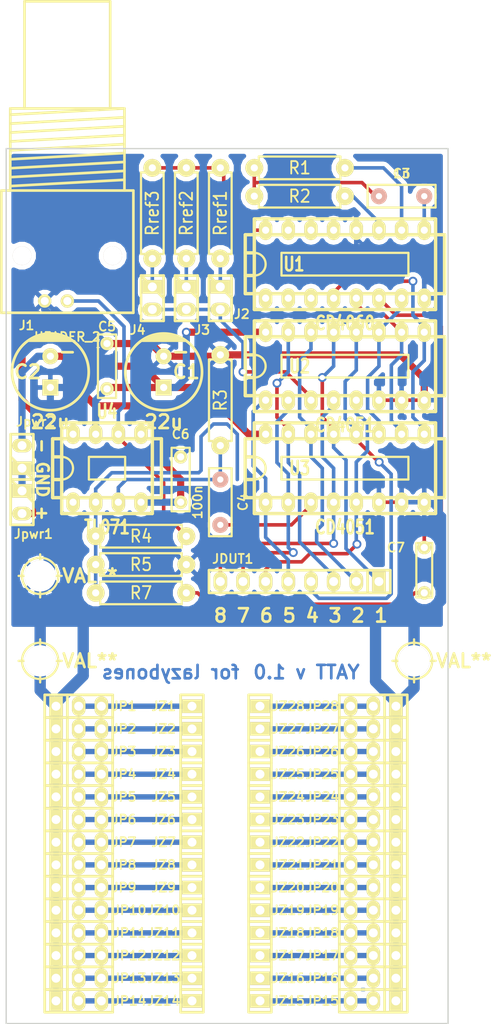
<source format=kicad_pcb>
(kicad_pcb (version 4) (host pcbnew 4.0.0-stable)
  (layers (0 F.Cu signal) (31 B.Cu signal) (34 B.Paste user) (35 F.Paste user hide) (36 B.SilkS user) (37 F.SilkS user) (38 B.Mask user) (39 F.Mask user) (44 Edge.Cuts user))
  (net 0 "")
  (net 1 VDD)
  (net 2 GND)
  (net 3 /-12V)
  (net 4 "Net-(C3-Pad1)")
  (net 5 "Net-(C3-Pad2)")
  (net 6 "Net-(C4-Pad1)")
  (net 7 "Net-(C4-Pad2)")
  (net 8 "Net-(C7-Pad1)")
  (net 9 /trigger)
  (net 10 "Net-(J1-Pad1)")
  (net 11 "Net-(J2-Pad1)")
  (net 12 "Net-(J2-Pad2)")
  (net 13 "Net-(J3-Pad1)")
  (net 14 "Net-(J4-Pad1)")
  (net 15 "Net-(JDUT1-Pad1)")
  (net 16 "Net-(JDUT1-Pad2)")
  (net 17 "Net-(JDUT1-Pad3)")
  (net 18 "Net-(JDUT1-Pad4)")
  (net 19 "Net-(JDUT1-Pad5)")
  (net 20 "Net-(JDUT1-Pad6)")
  (net 21 "Net-(JDUT1-Pad7)")
  (net 22 "Net-(JDUT1-Pad8)")
  (net 23 "Net-(R1-Pad1)")
  (net 24 "Net-(R2-Pad1)")
  (net 25 "Net-(R4-Pad2)")
  (net 26 /a2)
  (net 27 /a1)
  (net 28 /a0)
  (net 29 "Net-(JP1-Pad2)")
  (net 30 "Net-(JP2-Pad2)")
  (net 31 "Net-(JP3-Pad2)")
  (net 32 "Net-(JP4-Pad2)")
  (net 33 "Net-(JP5-Pad2)")
  (net 34 "Net-(JP6-Pad2)")
  (net 35 "Net-(JP7-Pad2)")
  (net 36 "Net-(JP8-Pad2)")
  (net 37 "Net-(JP9-Pad2)")
  (net 38 "Net-(JP10-Pad2)")
  (net 39 "Net-(JP11-Pad2)")
  (net 40 "Net-(JP12-Pad2)")
  (net 41 "Net-(JP13-Pad2)")
  (net 42 "Net-(JP14-Pad2)")
  (net 43 "Net-(JP15-Pad2)")
  (net 44 "Net-(JP16-Pad2)")
  (net 45 "Net-(JP17-Pad2)")
  (net 46 "Net-(JP18-Pad2)")
  (net 47 "Net-(JP19-Pad2)")
  (net 48 "Net-(JP20-Pad2)")
  (net 49 "Net-(JP21-Pad2)")
  (net 50 "Net-(JP22-Pad2)")
  (net 51 "Net-(JP23-Pad2)")
  (net 52 "Net-(JP24-Pad2)")
  (net 53 "Net-(JP25-Pad2)")
  (net 54 "Net-(JP26-Pad2)")
  (net 55 "Net-(JP27-Pad2)")
  (net 56 "Net-(JP28-Pad2)")
  (module w_conn_rf:bnc_90_1-1337543-0 (layer F.Cu) (at 114.3 69.215 180)
    (fp_text reference J1 (at 4.572 -15.113 180) (layer F.SilkS) (effects (font (thickness 0.2))))
    (fp_text value HEADER_2 (at 0 -16.4 180) (layer F.SilkS) (effects (font (thickness 0.2))))
    (pad 1 thru_hole circle (at 0 -12.38 180) (size 1.5 1.5) (drill 0.9) (layers *.Cu *.Mask F.SilkS) (net 10 "Net-(J1-Pad1)"))
    (pad 2 thru_hole circle (at 2.54 -12.38 180) (size 1.5 1.5) (drill 0.9) (layers *.Cu *.Mask F.SilkS) (net 2 GND))
    (pad "" thru_hole circle (at 5.08 -7.3 180) (size 2.1 2.1) (drill 2.1) (layers *.Cu *.Mask F.SilkS))
    (pad "" thru_hole circle (at -5.08 -7.3 180) (size 2.1 2.1) (drill 2.1) (layers *.Cu *.Mask F.SilkS))
  )
  (module w_capacitors:CP_8x11.5mm (layer F.Cu) (at 112.395 89.535)
    (fp_text reference C2 (at -2.54 0) (layer F.SilkS) (effects (font (thickness 0.3048))))
    (fp_text value 22u (at 0 5.6) (layer F.SilkS) (effects (font (thickness 0.3048))))
    (pad 1 thru_hole rect (at 0 1.75) (size 1.8 1.8) (drill 0.8) (layers *.Cu *.Mask F.SilkS) (net 2 GND))
    (pad 2 thru_hole circle (at 0 -1.75) (size 1.8 1.8) (drill 0.8) (layers *.Cu *.Mask F.SilkS) (net 3 /-12V))
  )
  (module uwe:cnp_7x3mm (layer F.Cu) (at 151.765 69.85 180)
    (fp_text reference C3 (at 0 2.54 180) (layer F.SilkS) (effects (font (thickness 0.2))))
    (fp_text value 1n (at 0 2.54 180) (layer F.SilkS) (effects (font (thickness 0.2))))
    (pad 1 thru_hole circle (at -2.54 0 180) (size 1.8 1.8) (drill 0.7) (layers *.Cu *.SilkS *.Mask) (net 4 "Net-(C3-Pad1)"))
    (pad 2 thru_hole circle (at 2.54 0 180) (size 1.8 1.8) (drill 0.7) (layers *.Cu *.SilkS *.Mask) (net 5 "Net-(C3-Pad2)"))
  )
  (module uwe:cnp_7x3mm (layer F.Cu) (at 131.445 104.14 270)
    (fp_text reference C4 (at 0 -2.54 270) (layer F.SilkS) (effects (font (thickness 0.2))))
    (fp_text value 100n (at 0 2.54 270) (layer F.SilkS) (effects (font (thickness 0.2))))
    (pad 1 thru_hole circle (at -2.54 0 270) (size 1.8 1.8) (drill 0.7) (layers *.Cu *.SilkS *.Mask) (net 6 "Net-(C4-Pad1)"))
    (pad 2 thru_hole circle (at 2.54 0 270) (size 1.8 1.8) (drill 0.7) (layers *.Cu *.SilkS *.Mask) (net 7 "Net-(C4-Pad2)"))
  )
  (module w_capacitors:cnp_7.5mm_disc (layer F.Cu) (at 118.745 88.9 270)
    (fp_text reference C5 (at -4.445 0 360) (layer F.SilkS) (effects (font (size 1.016 1.016) (thickness 0.2032))))
    (fp_text value 100n hide)
    (pad 1 thru_hole circle (at -2.54 0 270) (size 1.50114 1.50114) (drill 0.8001) (layers *.Cu *.Mask F.SilkS) (net 2 GND))
    (pad 2 thru_hole circle (at 2.54 0 270) (size 1.50114 1.50114) (drill 0.8001) (layers *.Cu *.Mask F.SilkS) (net 1 VDD))
  )
  (module w_capacitors:cnp_7.5mm_disc (layer F.Cu) (at 127 101.6 270)
    (fp_text reference C6 (at -5.08 0 360) (layer F.SilkS) (effects (font (size 1.016 1.016) (thickness 0.2032))))
    (fp_text value 100n hide)
    (pad 1 thru_hole circle (at -2.54 0 270) (size 1.50114 1.50114) (drill 0.8001) (layers *.Cu *.Mask F.SilkS) (net 2 GND))
    (pad 2 thru_hole circle (at 2.54 0 270) (size 1.50114 1.50114) (drill 0.8001) (layers *.Cu *.Mask F.SilkS) (net 3 /-12V))
  )
  (module w_capacitors:cnp_6mm_disc (layer F.Cu) (at 154.305 111.76 90)
    (fp_text reference C7 (at 2.54 -3.175 180) (layer F.SilkS) (effects (font (size 1.016 1.016) (thickness 0.2032))))
    (fp_text value 100p..1n hide)
    (pad 1 thru_hole circle (at -2.54 0 90) (size 1.50114 1.50114) (drill 0.8001) (layers *.Cu *.Mask F.SilkS) (net 8 "Net-(C7-Pad1)"))
    (pad 2 thru_hole circle (at 2.54 0 90) (size 1.50114 1.50114) (drill 0.8001) (layers *.Cu *.Mask F.SilkS) (net 9 /trigger))
  )
  (module w_pin_strip:pin_strip_2 (layer F.Cu) (at 131.445 81.28 270)
    (fp_text reference J2 (at 1.778 -2.413 360) (layer F.SilkS) (effects (font (size 1.016 1.016) (thickness 0.2032))))
    (fp_text value HEADER_2 hide)
    (pad 1 thru_hole rect (at -1.27 0 270) (size 1.524 2.19964) (drill 1.00076) (layers *.Cu *.Mask F.SilkS) (net 11 "Net-(J2-Pad1)"))
    (pad 2 thru_hole oval (at 1.27 0 270) (size 1.524 2.19964) (drill 1.00076) (layers *.Cu *.Mask F.SilkS) (net 12 "Net-(J2-Pad2)"))
  )
  (module w_pin_strip:pin_strip_2 (layer F.Cu) (at 127.635 81.28 270)
    (fp_text reference J3 (at 3.556 -1.778 360) (layer F.SilkS) (effects (font (size 1.016 1.016) (thickness 0.2032))))
    (fp_text value HEADER_2 hide)
    (pad 1 thru_hole rect (at -1.27 0 270) (size 1.524 2.19964) (drill 1.00076) (layers *.Cu *.Mask F.SilkS) (net 13 "Net-(J3-Pad1)"))
    (pad 2 thru_hole oval (at 1.27 0 270) (size 1.524 2.19964) (drill 1.00076) (layers *.Cu *.Mask F.SilkS) (net 12 "Net-(J2-Pad2)"))
  )
  (module w_pin_strip:pin_strip_2 (layer F.Cu) (at 123.825 81.28 270)
    (fp_text reference J4 (at 3.556 1.651 360) (layer F.SilkS) (effects (font (size 1.016 1.016) (thickness 0.2032))))
    (fp_text value HEADER_2 hide)
    (pad 1 thru_hole rect (at -1.27 0 270) (size 1.524 2.19964) (drill 1.00076) (layers *.Cu *.Mask F.SilkS) (net 14 "Net-(J4-Pad1)"))
    (pad 2 thru_hole oval (at 1.27 0 270) (size 1.524 2.19964) (drill 1.00076) (layers *.Cu *.Mask F.SilkS) (net 12 "Net-(J2-Pad2)"))
  )
  (module w_pin_strip:pin_strip_8 (layer F.Cu) (at 140.335 113.03 180)
    (fp_text reference JDUT1 (at 7.493 2.54 180) (layer F.SilkS) (effects (font (size 1.016 1.016) (thickness 0.2032))))
    (fp_text value HEADER_8 hide)
    (pad 1 thru_hole rect (at -8.89 0 180) (size 1.524 2.19964) (drill 1.00076) (layers *.Cu *.Mask F.SilkS) (net 15 "Net-(JDUT1-Pad1)"))
    (pad 2 thru_hole oval (at -6.35 0 180) (size 1.524 2.19964) (drill 1.00076) (layers *.Cu *.Mask F.SilkS) (net 16 "Net-(JDUT1-Pad2)"))
    (pad 3 thru_hole oval (at -3.81 0 180) (size 1.524 2.19964) (drill 1.00076) (layers *.Cu *.Mask F.SilkS) (net 17 "Net-(JDUT1-Pad3)"))
    (pad 4 thru_hole oval (at -1.27 0 180) (size 1.524 2.19964) (drill 1.00076) (layers *.Cu *.Mask F.SilkS) (net 18 "Net-(JDUT1-Pad4)"))
    (pad 5 thru_hole oval (at 1.27 0 180) (size 1.524 2.19964) (drill 1.00076) (layers *.Cu *.Mask F.SilkS) (net 19 "Net-(JDUT1-Pad5)"))
    (pad 6 thru_hole oval (at 3.81 0 180) (size 1.524 2.19964) (drill 1.00076) (layers *.Cu *.Mask F.SilkS) (net 20 "Net-(JDUT1-Pad6)"))
    (pad 7 thru_hole oval (at 6.35 0 180) (size 1.524 2.19964) (drill 1.00076) (layers *.Cu *.Mask F.SilkS) (net 21 "Net-(JDUT1-Pad7)"))
    (pad 8 thru_hole oval (at 8.89 0 180) (size 1.524 2.19964) (drill 1.00076) (layers *.Cu *.Mask F.SilkS) (net 22 "Net-(JDUT1-Pad8)"))
  )
  (module w_pin_strip:pin_strip_2 (layer F.Cu) (at 109.22 104.14 270)
    (fp_text reference Jpwr1 (at 3.556 -1.27 360) (layer F.SilkS) (effects (font (size 1.016 1.016) (thickness 0.2032))))
    (fp_text value HEADER_2 hide)
    (pad 1 thru_hole rect (at -1.27 0 270) (size 1.524 2.19964) (drill 1.00076) (layers *.Cu *.Mask F.SilkS) (net 2 GND))
    (pad 2 thru_hole oval (at 1.27 0 270) (size 1.524 2.19964) (drill 1.00076) (layers *.Cu *.Mask F.SilkS) (net 1 VDD))
  )
  (module w_pin_strip:pin_strip_2 (layer F.Cu) (at 109.22 99.06 90)
    (fp_text reference Jpwr2 (at 3.937 1.524 180) (layer F.SilkS) (effects (font (size 1.016 1.016) (thickness 0.2032))))
    (fp_text value HEADER_2 hide)
    (pad 1 thru_hole rect (at -1.27 0 90) (size 1.524 2.19964) (drill 1.00076) (layers *.Cu *.Mask F.SilkS) (net 2 GND))
    (pad 2 thru_hole oval (at 1.27 0 90) (size 1.524 2.19964) (drill 1.00076) (layers *.Cu *.Mask F.SilkS) (net 3 /-12V))
  )
  (module w_pth_resistors:RC05 (layer F.Cu) (at 140.335 66.675 180)
    (fp_text reference R1 (at 0 0 180) (layer F.SilkS) (effects (font (size 1.397 1.27) (thickness 0.2032))))
    (fp_text value 47k hide)
    (pad 1 thru_hole circle (at -5.08 0 180) (size 1.99898 1.99898) (drill 0.8001) (layers *.Cu *.Mask F.SilkS) (net 23 "Net-(R1-Pad1)"))
    (pad 2 thru_hole circle (at 5.08 0 180) (size 1.99898 1.99898) (drill 0.8001) (layers *.Cu *.Mask F.SilkS) (net 5 "Net-(C3-Pad2)"))
  )
  (module w_pth_resistors:RC05 (layer F.Cu) (at 140.335 69.85 180)
    (fp_text reference R2 (at 0 0 180) (layer F.SilkS) (effects (font (size 1.397 1.27) (thickness 0.2032))))
    (fp_text value 47k hide)
    (pad 1 thru_hole circle (at -5.08 0 180) (size 1.99898 1.99898) (drill 0.8001) (layers *.Cu *.Mask F.SilkS) (net 24 "Net-(R2-Pad1)"))
    (pad 2 thru_hole circle (at 5.08 0 180) (size 1.99898 1.99898) (drill 0.8001) (layers *.Cu *.Mask F.SilkS) (net 5 "Net-(C3-Pad2)"))
  )
  (module w_pth_resistors:RC05 (layer F.Cu) (at 131.445 92.71 90)
    (fp_text reference R3 (at 0 0 90) (layer F.SilkS) (effects (font (size 1.397 1.27) (thickness 0.2032))))
    (fp_text value 1M hide)
    (pad 1 thru_hole circle (at -5.08 0 90) (size 1.99898 1.99898) (drill 0.8001) (layers *.Cu *.Mask F.SilkS) (net 6 "Net-(C4-Pad1)"))
    (pad 2 thru_hole circle (at 5.08 0 90) (size 1.99898 1.99898) (drill 0.8001) (layers *.Cu *.Mask F.SilkS) (net 2 GND))
  )
  (module w_pth_resistors:RC05 (layer F.Cu) (at 122.555 107.95 180)
    (fp_text reference R4 (at 0 0 180) (layer F.SilkS) (effects (font (size 1.397 1.27) (thickness 0.2032))))
    (fp_text value 100k hide)
    (pad 1 thru_hole circle (at -5.08 0 180) (size 1.99898 1.99898) (drill 0.8001) (layers *.Cu *.Mask F.SilkS) (net 10 "Net-(J1-Pad1)"))
    (pad 2 thru_hole circle (at 5.08 0 180) (size 1.99898 1.99898) (drill 0.8001) (layers *.Cu *.Mask F.SilkS) (net 25 "Net-(R4-Pad2)"))
  )
  (module w_pth_resistors:RC05 (layer F.Cu) (at 122.555 111.125)
    (fp_text reference R5 (at 0 0) (layer F.SilkS) (effects (font (size 1.397 1.27) (thickness 0.2032))))
    (fp_text value 100 hide)
    (pad 1 thru_hole circle (at -5.08 0) (size 1.99898 1.99898) (drill 0.8001) (layers *.Cu *.Mask F.SilkS) (net 25 "Net-(R4-Pad2)"))
    (pad 2 thru_hole circle (at 5.08 0) (size 1.99898 1.99898) (drill 0.8001) (layers *.Cu *.Mask F.SilkS) (net 2 GND))
  )
  (module w_pth_resistors:RC05 (layer F.Cu) (at 122.555 114.3)
    (fp_text reference R7 (at 0 0) (layer F.SilkS) (effects (font (size 1.397 1.27) (thickness 0.2032))))
    (fp_text value 47k hide)
    (pad 1 thru_hole circle (at -5.08 0) (size 1.99898 1.99898) (drill 0.8001) (layers *.Cu *.Mask F.SilkS) (net 25 "Net-(R4-Pad2)"))
    (pad 2 thru_hole circle (at 5.08 0) (size 1.99898 1.99898) (drill 0.8001) (layers *.Cu *.Mask F.SilkS) (net 8 "Net-(C7-Pad1)"))
  )
  (module w_pth_resistors:RC05 (layer F.Cu) (at 131.445 71.755 270)
    (fp_text reference Rref1 (at 0 0 270) (layer F.SilkS) (effects (font (size 1.397 1.27) (thickness 0.2032))))
    (fp_text value 6k8 hide)
    (pad 1 thru_hole circle (at -5.08 0 270) (size 1.99898 1.99898) (drill 0.8001) (layers *.Cu *.Mask F.SilkS) (net 1 VDD))
    (pad 2 thru_hole circle (at 5.08 0 270) (size 1.99898 1.99898) (drill 0.8001) (layers *.Cu *.Mask F.SilkS) (net 11 "Net-(J2-Pad1)"))
  )
  (module w_pth_resistors:RC05 (layer F.Cu) (at 127.635 71.755 270)
    (fp_text reference Rref2 (at 0 0 270) (layer F.SilkS) (effects (font (size 1.397 1.27) (thickness 0.2032))))
    (fp_text value 68k hide)
    (pad 1 thru_hole circle (at -5.08 0 270) (size 1.99898 1.99898) (drill 0.8001) (layers *.Cu *.Mask F.SilkS) (net 1 VDD))
    (pad 2 thru_hole circle (at 5.08 0 270) (size 1.99898 1.99898) (drill 0.8001) (layers *.Cu *.Mask F.SilkS) (net 13 "Net-(J3-Pad1)"))
  )
  (module w_pth_resistors:RC05 (layer F.Cu) (at 123.825 71.755 270)
    (fp_text reference Rref3 (at 0 0 270) (layer F.SilkS) (effects (font (size 1.397 1.27) (thickness 0.2032))))
    (fp_text value 680k hide)
    (pad 1 thru_hole circle (at -5.08 0 270) (size 1.99898 1.99898) (drill 0.8001) (layers *.Cu *.Mask F.SilkS) (net 1 VDD))
    (pad 2 thru_hole circle (at 5.08 0 270) (size 1.99898 1.99898) (drill 0.8001) (layers *.Cu *.Mask F.SilkS) (net 14 "Net-(J4-Pad1)"))
  )
  (module w_pth_circuits:dil_16-300_socket (layer F.Cu) (at 145.415 77.47)
    (fp_text reference U1 (at -5.715 0) (layer F.SilkS) (effects (font (size 1.524 1.143) (thickness 0.28702))))
    (fp_text value CD4060 (at 0 6.604) (layer F.SilkS) (effects (font (size 1.524 1.143) (thickness 0.28702))))
    (pad 1 thru_hole oval (at -8.89 3.81) (size 1.50114 2.19964) (drill 0.8001) (layers *.Cu *.Mask F.SilkS))
    (pad 2 thru_hole oval (at -6.35 3.81) (size 1.50114 2.19964) (drill 0.8001) (layers *.Cu *.Mask F.SilkS))
    (pad 3 thru_hole oval (at -3.81 3.81) (size 1.50114 2.19964) (drill 0.8001) (layers *.Cu *.Mask F.SilkS))
    (pad 4 thru_hole oval (at -1.27 3.81) (size 1.50114 2.19964) (drill 0.8001) (layers *.Cu *.Mask F.SilkS) (net 26 /a2))
    (pad 5 thru_hole oval (at 1.27 3.81) (size 1.50114 2.19964) (drill 0.8001) (layers *.Cu *.Mask F.SilkS) (net 27 /a1))
    (pad 6 thru_hole oval (at 3.81 3.81) (size 1.50114 2.19964) (drill 0.8001) (layers *.Cu *.Mask F.SilkS) (net 9 /trigger))
    (pad 7 thru_hole oval (at 6.35 3.81) (size 1.50114 2.19964) (drill 0.8001) (layers *.Cu *.Mask F.SilkS) (net 28 /a0))
    (pad 8 thru_hole oval (at 8.89 3.81) (size 1.50114 2.19964) (drill 0.8001) (layers *.Cu *.Mask F.SilkS) (net 2 GND))
    (pad 9 thru_hole oval (at 8.89 -3.81) (size 1.50114 2.19964) (drill 0.8001) (layers *.Cu *.Mask F.SilkS) (net 4 "Net-(C3-Pad1)"))
    (pad 10 thru_hole oval (at 6.35 -3.81) (size 1.50114 2.19964) (drill 0.8001) (layers *.Cu *.Mask F.SilkS) (net 23 "Net-(R1-Pad1)"))
    (pad 11 thru_hole oval (at 3.81 -3.81) (size 1.50114 2.19964) (drill 0.8001) (layers *.Cu *.Mask F.SilkS) (net 24 "Net-(R2-Pad1)"))
    (pad 12 thru_hole oval (at 1.27 -3.81) (size 1.50114 2.19964) (drill 0.8001) (layers *.Cu *.Mask F.SilkS) (net 2 GND))
    (pad 13 thru_hole oval (at -1.27 -3.81) (size 1.50114 2.19964) (drill 0.8001) (layers *.Cu *.Mask F.SilkS))
    (pad 14 thru_hole oval (at -3.81 -3.81) (size 1.50114 2.19964) (drill 0.8001) (layers *.Cu *.Mask F.SilkS))
    (pad 15 thru_hole oval (at -6.35 -3.81) (size 1.50114 2.19964) (drill 0.8001) (layers *.Cu *.Mask F.SilkS))
    (pad 16 thru_hole oval (at -8.89 -3.81) (size 1.50114 2.19964) (drill 0.8001) (layers *.Cu *.Mask F.SilkS) (net 1 VDD))
  )
  (module w_pth_circuits:dil_16-300_socket (layer F.Cu) (at 145.415 88.9)
    (fp_text reference U2 (at -5.08 0) (layer F.SilkS) (effects (font (size 1.524 1.143) (thickness 0.28702))))
    (fp_text value CD4051 (at 0 6.604) (layer F.SilkS) (effects (font (size 1.524 1.143) (thickness 0.28702))))
    (pad 1 thru_hole oval (at -8.89 3.81) (size 1.50114 2.19964) (drill 0.8001) (layers *.Cu *.Mask F.SilkS) (net 19 "Net-(JDUT1-Pad5)"))
    (pad 2 thru_hole oval (at -6.35 3.81) (size 1.50114 2.19964) (drill 0.8001) (layers *.Cu *.Mask F.SilkS) (net 21 "Net-(JDUT1-Pad7)"))
    (pad 3 thru_hole oval (at -3.81 3.81) (size 1.50114 2.19964) (drill 0.8001) (layers *.Cu *.Mask F.SilkS) (net 12 "Net-(J2-Pad2)"))
    (pad 4 thru_hole oval (at -1.27 3.81) (size 1.50114 2.19964) (drill 0.8001) (layers *.Cu *.Mask F.SilkS) (net 22 "Net-(JDUT1-Pad8)"))
    (pad 5 thru_hole oval (at 1.27 3.81) (size 1.50114 2.19964) (drill 0.8001) (layers *.Cu *.Mask F.SilkS) (net 20 "Net-(JDUT1-Pad6)"))
    (pad 6 thru_hole oval (at 3.81 3.81) (size 1.50114 2.19964) (drill 0.8001) (layers *.Cu *.Mask F.SilkS) (net 2 GND))
    (pad 7 thru_hole oval (at 6.35 3.81) (size 1.50114 2.19964) (drill 0.8001) (layers *.Cu *.Mask F.SilkS) (net 2 GND))
    (pad 8 thru_hole oval (at 8.89 3.81) (size 1.50114 2.19964) (drill 0.8001) (layers *.Cu *.Mask F.SilkS) (net 2 GND))
    (pad 9 thru_hole oval (at 8.89 -3.81) (size 1.50114 2.19964) (drill 0.8001) (layers *.Cu *.Mask F.SilkS) (net 26 /a2))
    (pad 10 thru_hole oval (at 6.35 -3.81) (size 1.50114 2.19964) (drill 0.8001) (layers *.Cu *.Mask F.SilkS) (net 27 /a1))
    (pad 11 thru_hole oval (at 3.81 -3.81) (size 1.50114 2.19964) (drill 0.8001) (layers *.Cu *.Mask F.SilkS) (net 28 /a0))
    (pad 12 thru_hole oval (at 1.27 -3.81) (size 1.50114 2.19964) (drill 0.8001) (layers *.Cu *.Mask F.SilkS) (net 18 "Net-(JDUT1-Pad4)"))
    (pad 13 thru_hole oval (at -1.27 -3.81) (size 1.50114 2.19964) (drill 0.8001) (layers *.Cu *.Mask F.SilkS) (net 15 "Net-(JDUT1-Pad1)"))
    (pad 14 thru_hole oval (at -3.81 -3.81) (size 1.50114 2.19964) (drill 0.8001) (layers *.Cu *.Mask F.SilkS) (net 16 "Net-(JDUT1-Pad2)"))
    (pad 15 thru_hole oval (at -6.35 -3.81) (size 1.50114 2.19964) (drill 0.8001) (layers *.Cu *.Mask F.SilkS) (net 17 "Net-(JDUT1-Pad3)"))
    (pad 16 thru_hole oval (at -8.89 -3.81) (size 1.50114 2.19964) (drill 0.8001) (layers *.Cu *.Mask F.SilkS) (net 1 VDD))
  )
  (module w_pth_circuits:dil_16-300_socket (layer F.Cu) (at 145.415 100.33)
    (fp_text reference U3 (at -5.08 0) (layer F.SilkS) (effects (font (size 1.524 1.143) (thickness 0.28702))))
    (fp_text value CD4051 (at 0 6.604) (layer F.SilkS) (effects (font (size 1.524 1.143) (thickness 0.28702))))
    (pad 1 thru_hole oval (at -8.89 3.81) (size 1.50114 2.19964) (drill 0.8001) (layers *.Cu *.Mask F.SilkS) (net 19 "Net-(JDUT1-Pad5)"))
    (pad 2 thru_hole oval (at -6.35 3.81) (size 1.50114 2.19964) (drill 0.8001) (layers *.Cu *.Mask F.SilkS) (net 21 "Net-(JDUT1-Pad7)"))
    (pad 3 thru_hole oval (at -3.81 3.81) (size 1.50114 2.19964) (drill 0.8001) (layers *.Cu *.Mask F.SilkS) (net 7 "Net-(C4-Pad2)"))
    (pad 4 thru_hole oval (at -1.27 3.81) (size 1.50114 2.19964) (drill 0.8001) (layers *.Cu *.Mask F.SilkS) (net 22 "Net-(JDUT1-Pad8)"))
    (pad 5 thru_hole oval (at 1.27 3.81) (size 1.50114 2.19964) (drill 0.8001) (layers *.Cu *.Mask F.SilkS) (net 20 "Net-(JDUT1-Pad6)"))
    (pad 6 thru_hole oval (at 3.81 3.81) (size 1.50114 2.19964) (drill 0.8001) (layers *.Cu *.Mask F.SilkS) (net 2 GND))
    (pad 7 thru_hole oval (at 6.35 3.81) (size 1.50114 2.19964) (drill 0.8001) (layers *.Cu *.Mask F.SilkS) (net 2 GND))
    (pad 8 thru_hole oval (at 8.89 3.81) (size 1.50114 2.19964) (drill 0.8001) (layers *.Cu *.Mask F.SilkS) (net 2 GND))
    (pad 9 thru_hole oval (at 8.89 -3.81) (size 1.50114 2.19964) (drill 0.8001) (layers *.Cu *.Mask F.SilkS) (net 26 /a2))
    (pad 10 thru_hole oval (at 6.35 -3.81) (size 1.50114 2.19964) (drill 0.8001) (layers *.Cu *.Mask F.SilkS) (net 27 /a1))
    (pad 11 thru_hole oval (at 3.81 -3.81) (size 1.50114 2.19964) (drill 0.8001) (layers *.Cu *.Mask F.SilkS) (net 28 /a0))
    (pad 12 thru_hole oval (at 1.27 -3.81) (size 1.50114 2.19964) (drill 0.8001) (layers *.Cu *.Mask F.SilkS) (net 18 "Net-(JDUT1-Pad4)"))
    (pad 13 thru_hole oval (at -1.27 -3.81) (size 1.50114 2.19964) (drill 0.8001) (layers *.Cu *.Mask F.SilkS) (net 15 "Net-(JDUT1-Pad1)"))
    (pad 14 thru_hole oval (at -3.81 -3.81) (size 1.50114 2.19964) (drill 0.8001) (layers *.Cu *.Mask F.SilkS) (net 16 "Net-(JDUT1-Pad2)"))
    (pad 15 thru_hole oval (at -6.35 -3.81) (size 1.50114 2.19964) (drill 0.8001) (layers *.Cu *.Mask F.SilkS) (net 17 "Net-(JDUT1-Pad3)"))
    (pad 16 thru_hole oval (at -8.89 -3.81) (size 1.50114 2.19964) (drill 0.8001) (layers *.Cu *.Mask F.SilkS) (net 1 VDD))
  )
  (module w_pth_circuits:dil_8-300_socket (layer F.Cu) (at 118.745 100.33)
    (fp_text reference U4 (at 0 -6.35) (layer F.SilkS) (effects (font (size 1.524 1.143) (thickness 0.28702))))
    (fp_text value TL071 (at 0 6.604) (layer F.SilkS) (effects (font (size 1.524 1.143) (thickness 0.28702))))
    (pad 1 thru_hole oval (at -3.81 3.81) (size 1.50114 2.19964) (drill 0.8001) (layers *.Cu *.Mask F.SilkS))
    (pad 2 thru_hole oval (at -1.27 3.81) (size 1.50114 2.19964) (drill 0.8001) (layers *.Cu *.Mask F.SilkS) (net 25 "Net-(R4-Pad2)"))
    (pad 3 thru_hole oval (at 1.27 3.81) (size 1.50114 2.19964) (drill 0.8001) (layers *.Cu *.Mask F.SilkS) (net 6 "Net-(C4-Pad1)"))
    (pad 4 thru_hole oval (at 3.81 3.81) (size 1.50114 2.19964) (drill 0.8001) (layers *.Cu *.Mask F.SilkS) (net 3 /-12V))
    (pad 5 thru_hole oval (at 3.81 -3.81) (size 1.50114 2.19964) (drill 0.8001) (layers *.Cu *.Mask F.SilkS))
    (pad 6 thru_hole oval (at 1.27 -3.81) (size 1.50114 2.19964) (drill 0.8001) (layers *.Cu *.Mask F.SilkS) (net 10 "Net-(J1-Pad1)"))
    (pad 7 thru_hole oval (at -1.27 -3.81) (size 1.50114 2.19964) (drill 0.8001) (layers *.Cu *.Mask F.SilkS) (net 1 VDD))
    (pad 8 thru_hole oval (at -3.81 -3.81) (size 1.50114 2.19964) (drill 0.8001) (layers *.Cu *.Mask F.SilkS))
  )
  (module w_capacitors:CP_8x11.5mm (layer F.Cu) (at 125.095 89.535)
    (fp_text reference C1 (at 2.54 0) (layer F.SilkS) (effects (font (thickness 0.3048))))
    (fp_text value 22u (at 0 5.6) (layer F.SilkS) (effects (font (thickness 0.3048))))
    (pad 1 thru_hole rect (at 0 1.75) (size 1.8 1.8) (drill 0.8) (layers *.Cu *.Mask F.SilkS) (net 1 VDD))
    (pad 2 thru_hole circle (at 0 -1.75) (size 1.8 1.8) (drill 0.8) (layers *.Cu *.Mask F.SilkS) (net 2 GND))
  )
  (module w_pin_strip:pin_strip_3 (layer F.Cu) (at 115.57 127)
    (fp_text reference JP1 (at 5.08 0) (layer F.SilkS) (effects (font (size 1.016 1.016) (thickness 0.2032))))
    (fp_text value HEADER_3 hide)
    (pad 1 thru_hole rect (at -2.54 0) (size 1.524 2.19964) (drill 1.00076) (layers *.Cu *.Mask F.SilkS) (net 2 GND))
    (pad 2 thru_hole oval (at 0 0) (size 1.524 2.19964) (drill 1.00076) (layers *.Cu *.Mask F.SilkS) (net 29 "Net-(JP1-Pad2)"))
    (pad 3 thru_hole oval (at 2.54 0) (size 1.524 2.19964) (drill 1.00076) (layers *.Cu *.Mask F.SilkS) (net 29 "Net-(JP1-Pad2)"))
  )
  (module w_pin_strip:pin_strip_3 (layer F.Cu) (at 115.57 129.54)
    (fp_text reference JP2 (at 5.08 0) (layer F.SilkS) (effects (font (size 1.016 1.016) (thickness 0.2032))))
    (fp_text value HEADER_3 hide)
    (pad 1 thru_hole rect (at -2.54 0) (size 1.524 2.19964) (drill 1.00076) (layers *.Cu *.Mask F.SilkS) (net 2 GND))
    (pad 2 thru_hole oval (at 0 0) (size 1.524 2.19964) (drill 1.00076) (layers *.Cu *.Mask F.SilkS) (net 30 "Net-(JP2-Pad2)"))
    (pad 3 thru_hole oval (at 2.54 0) (size 1.524 2.19964) (drill 1.00076) (layers *.Cu *.Mask F.SilkS) (net 30 "Net-(JP2-Pad2)"))
  )
  (module w_pin_strip:pin_strip_3 (layer F.Cu) (at 115.57 132.08)
    (fp_text reference JP3 (at 5.08 0) (layer F.SilkS) (effects (font (size 1.016 1.016) (thickness 0.2032))))
    (fp_text value HEADER_3 hide)
    (pad 1 thru_hole rect (at -2.54 0) (size 1.524 2.19964) (drill 1.00076) (layers *.Cu *.Mask F.SilkS) (net 2 GND))
    (pad 2 thru_hole oval (at 0 0) (size 1.524 2.19964) (drill 1.00076) (layers *.Cu *.Mask F.SilkS) (net 31 "Net-(JP3-Pad2)"))
    (pad 3 thru_hole oval (at 2.54 0) (size 1.524 2.19964) (drill 1.00076) (layers *.Cu *.Mask F.SilkS) (net 31 "Net-(JP3-Pad2)"))
  )
  (module w_pin_strip:pin_strip_3 (layer F.Cu) (at 115.57 134.62)
    (fp_text reference JP4 (at 5.08 0) (layer F.SilkS) (effects (font (size 1.016 1.016) (thickness 0.2032))))
    (fp_text value HEADER_3 hide)
    (pad 1 thru_hole rect (at -2.54 0) (size 1.524 2.19964) (drill 1.00076) (layers *.Cu *.Mask F.SilkS) (net 2 GND))
    (pad 2 thru_hole oval (at 0 0) (size 1.524 2.19964) (drill 1.00076) (layers *.Cu *.Mask F.SilkS) (net 32 "Net-(JP4-Pad2)"))
    (pad 3 thru_hole oval (at 2.54 0) (size 1.524 2.19964) (drill 1.00076) (layers *.Cu *.Mask F.SilkS) (net 32 "Net-(JP4-Pad2)"))
  )
  (module w_pin_strip:pin_strip_3 (layer F.Cu) (at 115.57 137.16)
    (fp_text reference JP5 (at 5.08 0) (layer F.SilkS) (effects (font (size 1.016 1.016) (thickness 0.2032))))
    (fp_text value HEADER_3 hide)
    (pad 1 thru_hole rect (at -2.54 0) (size 1.524 2.19964) (drill 1.00076) (layers *.Cu *.Mask F.SilkS) (net 2 GND))
    (pad 2 thru_hole oval (at 0 0) (size 1.524 2.19964) (drill 1.00076) (layers *.Cu *.Mask F.SilkS) (net 33 "Net-(JP5-Pad2)"))
    (pad 3 thru_hole oval (at 2.54 0) (size 1.524 2.19964) (drill 1.00076) (layers *.Cu *.Mask F.SilkS) (net 33 "Net-(JP5-Pad2)"))
  )
  (module w_pin_strip:pin_strip_3 (layer F.Cu) (at 115.57 139.7)
    (fp_text reference JP6 (at 5.08 0) (layer F.SilkS) (effects (font (size 1.016 1.016) (thickness 0.2032))))
    (fp_text value HEADER_3 hide)
    (pad 1 thru_hole rect (at -2.54 0) (size 1.524 2.19964) (drill 1.00076) (layers *.Cu *.Mask F.SilkS) (net 2 GND))
    (pad 2 thru_hole oval (at 0 0) (size 1.524 2.19964) (drill 1.00076) (layers *.Cu *.Mask F.SilkS) (net 34 "Net-(JP6-Pad2)"))
    (pad 3 thru_hole oval (at 2.54 0) (size 1.524 2.19964) (drill 1.00076) (layers *.Cu *.Mask F.SilkS) (net 34 "Net-(JP6-Pad2)"))
  )
  (module w_pin_strip:pin_strip_3 (layer F.Cu) (at 115.57 142.24)
    (fp_text reference JP7 (at 5.08 0) (layer F.SilkS) (effects (font (size 1.016 1.016) (thickness 0.2032))))
    (fp_text value HEADER_3 hide)
    (pad 1 thru_hole rect (at -2.54 0) (size 1.524 2.19964) (drill 1.00076) (layers *.Cu *.Mask F.SilkS) (net 2 GND))
    (pad 2 thru_hole oval (at 0 0) (size 1.524 2.19964) (drill 1.00076) (layers *.Cu *.Mask F.SilkS) (net 35 "Net-(JP7-Pad2)"))
    (pad 3 thru_hole oval (at 2.54 0) (size 1.524 2.19964) (drill 1.00076) (layers *.Cu *.Mask F.SilkS) (net 35 "Net-(JP7-Pad2)"))
  )
  (module w_pin_strip:pin_strip_3 (layer F.Cu) (at 115.57 144.78)
    (fp_text reference JP8 (at 5.08 0) (layer F.SilkS) (effects (font (size 1.016 1.016) (thickness 0.2032))))
    (fp_text value HEADER_3 hide)
    (pad 1 thru_hole rect (at -2.54 0) (size 1.524 2.19964) (drill 1.00076) (layers *.Cu *.Mask F.SilkS) (net 2 GND))
    (pad 2 thru_hole oval (at 0 0) (size 1.524 2.19964) (drill 1.00076) (layers *.Cu *.Mask F.SilkS) (net 36 "Net-(JP8-Pad2)"))
    (pad 3 thru_hole oval (at 2.54 0) (size 1.524 2.19964) (drill 1.00076) (layers *.Cu *.Mask F.SilkS) (net 36 "Net-(JP8-Pad2)"))
  )
  (module w_pin_strip:pin_strip_3 (layer F.Cu) (at 115.57 147.32)
    (fp_text reference JP9 (at 5.08 0) (layer F.SilkS) (effects (font (size 1.016 1.016) (thickness 0.2032))))
    (fp_text value HEADER_3 hide)
    (pad 1 thru_hole rect (at -2.54 0) (size 1.524 2.19964) (drill 1.00076) (layers *.Cu *.Mask F.SilkS) (net 2 GND))
    (pad 2 thru_hole oval (at 0 0) (size 1.524 2.19964) (drill 1.00076) (layers *.Cu *.Mask F.SilkS) (net 37 "Net-(JP9-Pad2)"))
    (pad 3 thru_hole oval (at 2.54 0) (size 1.524 2.19964) (drill 1.00076) (layers *.Cu *.Mask F.SilkS) (net 37 "Net-(JP9-Pad2)"))
  )
  (module w_pin_strip:pin_strip_3 (layer F.Cu) (at 115.57 149.86)
    (fp_text reference JP10 (at 5.715 0) (layer F.SilkS) (effects (font (size 1.016 1.016) (thickness 0.2032))))
    (fp_text value HEADER_3 hide)
    (pad 1 thru_hole rect (at -2.54 0) (size 1.524 2.19964) (drill 1.00076) (layers *.Cu *.Mask F.SilkS) (net 2 GND))
    (pad 2 thru_hole oval (at 0 0) (size 1.524 2.19964) (drill 1.00076) (layers *.Cu *.Mask F.SilkS) (net 38 "Net-(JP10-Pad2)"))
    (pad 3 thru_hole oval (at 2.54 0) (size 1.524 2.19964) (drill 1.00076) (layers *.Cu *.Mask F.SilkS) (net 38 "Net-(JP10-Pad2)"))
  )
  (module w_pin_strip:pin_strip_3 (layer F.Cu) (at 115.57 152.4)
    (fp_text reference JP11 (at 5.715 0) (layer F.SilkS) (effects (font (size 1.016 1.016) (thickness 0.2032))))
    (fp_text value HEADER_3 hide)
    (pad 1 thru_hole rect (at -2.54 0) (size 1.524 2.19964) (drill 1.00076) (layers *.Cu *.Mask F.SilkS) (net 2 GND))
    (pad 2 thru_hole oval (at 0 0) (size 1.524 2.19964) (drill 1.00076) (layers *.Cu *.Mask F.SilkS) (net 39 "Net-(JP11-Pad2)"))
    (pad 3 thru_hole oval (at 2.54 0) (size 1.524 2.19964) (drill 1.00076) (layers *.Cu *.Mask F.SilkS) (net 39 "Net-(JP11-Pad2)"))
  )
  (module w_pin_strip:pin_strip_3 (layer F.Cu) (at 115.57 154.94)
    (fp_text reference JP12 (at 5.715 0) (layer F.SilkS) (effects (font (size 1.016 1.016) (thickness 0.2032))))
    (fp_text value HEADER_3 hide)
    (pad 1 thru_hole rect (at -2.54 0) (size 1.524 2.19964) (drill 1.00076) (layers *.Cu *.Mask F.SilkS) (net 2 GND))
    (pad 2 thru_hole oval (at 0 0) (size 1.524 2.19964) (drill 1.00076) (layers *.Cu *.Mask F.SilkS) (net 40 "Net-(JP12-Pad2)"))
    (pad 3 thru_hole oval (at 2.54 0) (size 1.524 2.19964) (drill 1.00076) (layers *.Cu *.Mask F.SilkS) (net 40 "Net-(JP12-Pad2)"))
  )
  (module w_pin_strip:pin_strip_3 (layer F.Cu) (at 115.57 157.48)
    (fp_text reference JP13 (at 5.715 0) (layer F.SilkS) (effects (font (size 1.016 1.016) (thickness 0.2032))))
    (fp_text value HEADER_3 hide)
    (pad 1 thru_hole rect (at -2.54 0) (size 1.524 2.19964) (drill 1.00076) (layers *.Cu *.Mask F.SilkS) (net 2 GND))
    (pad 2 thru_hole oval (at 0 0) (size 1.524 2.19964) (drill 1.00076) (layers *.Cu *.Mask F.SilkS) (net 41 "Net-(JP13-Pad2)"))
    (pad 3 thru_hole oval (at 2.54 0) (size 1.524 2.19964) (drill 1.00076) (layers *.Cu *.Mask F.SilkS) (net 41 "Net-(JP13-Pad2)"))
  )
  (module w_pin_strip:pin_strip_3 (layer F.Cu) (at 115.57 160.02)
    (fp_text reference JP14 (at 5.715 0) (layer F.SilkS) (effects (font (size 1.016 1.016) (thickness 0.2032))))
    (fp_text value HEADER_3 hide)
    (pad 1 thru_hole rect (at -2.54 0) (size 1.524 2.19964) (drill 1.00076) (layers *.Cu *.Mask F.SilkS) (net 2 GND))
    (pad 2 thru_hole oval (at 0 0) (size 1.524 2.19964) (drill 1.00076) (layers *.Cu *.Mask F.SilkS) (net 42 "Net-(JP14-Pad2)"))
    (pad 3 thru_hole oval (at 2.54 0) (size 1.524 2.19964) (drill 1.00076) (layers *.Cu *.Mask F.SilkS) (net 42 "Net-(JP14-Pad2)"))
  )
  (module w_pin_strip:pin_strip_3 (layer F.Cu) (at 148.59 160.02 180)
    (fp_text reference JP15 (at 5.715 0 180) (layer F.SilkS) (effects (font (size 1.016 1.016) (thickness 0.2032))))
    (fp_text value HEADER_3 hide)
    (pad 1 thru_hole rect (at -2.54 0 180) (size 1.524 2.19964) (drill 1.00076) (layers *.Cu *.Mask F.SilkS) (net 2 GND))
    (pad 2 thru_hole oval (at 0 0 180) (size 1.524 2.19964) (drill 1.00076) (layers *.Cu *.Mask F.SilkS) (net 43 "Net-(JP15-Pad2)"))
    (pad 3 thru_hole oval (at 2.54 0 180) (size 1.524 2.19964) (drill 1.00076) (layers *.Cu *.Mask F.SilkS) (net 43 "Net-(JP15-Pad2)"))
  )
  (module w_pin_strip:pin_strip_3 (layer F.Cu) (at 148.59 157.48 180)
    (fp_text reference JP16 (at 5.715 0 180) (layer F.SilkS) (effects (font (size 1.016 1.016) (thickness 0.2032))))
    (fp_text value HEADER_3 hide)
    (pad 1 thru_hole rect (at -2.54 0 180) (size 1.524 2.19964) (drill 1.00076) (layers *.Cu *.Mask F.SilkS) (net 2 GND))
    (pad 2 thru_hole oval (at 0 0 180) (size 1.524 2.19964) (drill 1.00076) (layers *.Cu *.Mask F.SilkS) (net 44 "Net-(JP16-Pad2)"))
    (pad 3 thru_hole oval (at 2.54 0 180) (size 1.524 2.19964) (drill 1.00076) (layers *.Cu *.Mask F.SilkS) (net 44 "Net-(JP16-Pad2)"))
  )
  (module w_pin_strip:pin_strip_3 (layer F.Cu) (at 148.59 154.94 180)
    (fp_text reference JP17 (at 5.715 0 180) (layer F.SilkS) (effects (font (size 1.016 1.016) (thickness 0.2032))))
    (fp_text value HEADER_3 hide)
    (pad 1 thru_hole rect (at -2.54 0 180) (size 1.524 2.19964) (drill 1.00076) (layers *.Cu *.Mask F.SilkS) (net 2 GND))
    (pad 2 thru_hole oval (at 0 0 180) (size 1.524 2.19964) (drill 1.00076) (layers *.Cu *.Mask F.SilkS) (net 45 "Net-(JP17-Pad2)"))
    (pad 3 thru_hole oval (at 2.54 0 180) (size 1.524 2.19964) (drill 1.00076) (layers *.Cu *.Mask F.SilkS) (net 45 "Net-(JP17-Pad2)"))
  )
  (module w_pin_strip:pin_strip_3 (layer F.Cu) (at 148.59 152.4 180)
    (fp_text reference JP18 (at 5.715 0 180) (layer F.SilkS) (effects (font (size 1.016 1.016) (thickness 0.2032))))
    (fp_text value HEADER_3 hide)
    (pad 1 thru_hole rect (at -2.54 0 180) (size 1.524 2.19964) (drill 1.00076) (layers *.Cu *.Mask F.SilkS) (net 2 GND))
    (pad 2 thru_hole oval (at 0 0 180) (size 1.524 2.19964) (drill 1.00076) (layers *.Cu *.Mask F.SilkS) (net 46 "Net-(JP18-Pad2)"))
    (pad 3 thru_hole oval (at 2.54 0 180) (size 1.524 2.19964) (drill 1.00076) (layers *.Cu *.Mask F.SilkS) (net 46 "Net-(JP18-Pad2)"))
  )
  (module w_pin_strip:pin_strip_3 (layer F.Cu) (at 148.59 149.86 180)
    (fp_text reference JP19 (at 5.715 0 180) (layer F.SilkS) (effects (font (size 1.016 1.016) (thickness 0.2032))))
    (fp_text value HEADER_3 hide)
    (pad 1 thru_hole rect (at -2.54 0 180) (size 1.524 2.19964) (drill 1.00076) (layers *.Cu *.Mask F.SilkS) (net 2 GND))
    (pad 2 thru_hole oval (at 0 0 180) (size 1.524 2.19964) (drill 1.00076) (layers *.Cu *.Mask F.SilkS) (net 47 "Net-(JP19-Pad2)"))
    (pad 3 thru_hole oval (at 2.54 0 180) (size 1.524 2.19964) (drill 1.00076) (layers *.Cu *.Mask F.SilkS) (net 47 "Net-(JP19-Pad2)"))
  )
  (module w_pin_strip:pin_strip_3 (layer F.Cu) (at 148.59 147.32 180)
    (fp_text reference JP20 (at 5.715 0 180) (layer F.SilkS) (effects (font (size 1.016 1.016) (thickness 0.2032))))
    (fp_text value HEADER_3 hide)
    (pad 1 thru_hole rect (at -2.54 0 180) (size 1.524 2.19964) (drill 1.00076) (layers *.Cu *.Mask F.SilkS) (net 2 GND))
    (pad 2 thru_hole oval (at 0 0 180) (size 1.524 2.19964) (drill 1.00076) (layers *.Cu *.Mask F.SilkS) (net 48 "Net-(JP20-Pad2)"))
    (pad 3 thru_hole oval (at 2.54 0 180) (size 1.524 2.19964) (drill 1.00076) (layers *.Cu *.Mask F.SilkS) (net 48 "Net-(JP20-Pad2)"))
  )
  (module w_pin_strip:pin_strip_3 (layer F.Cu) (at 148.59 144.78 180)
    (fp_text reference JP21 (at 5.715 0 180) (layer F.SilkS) (effects (font (size 1.016 1.016) (thickness 0.2032))))
    (fp_text value HEADER_3 hide)
    (pad 1 thru_hole rect (at -2.54 0 180) (size 1.524 2.19964) (drill 1.00076) (layers *.Cu *.Mask F.SilkS) (net 2 GND))
    (pad 2 thru_hole oval (at 0 0 180) (size 1.524 2.19964) (drill 1.00076) (layers *.Cu *.Mask F.SilkS) (net 49 "Net-(JP21-Pad2)"))
    (pad 3 thru_hole oval (at 2.54 0 180) (size 1.524 2.19964) (drill 1.00076) (layers *.Cu *.Mask F.SilkS) (net 49 "Net-(JP21-Pad2)"))
  )
  (module w_pin_strip:pin_strip_3 (layer F.Cu) (at 148.59 142.24 180)
    (fp_text reference JP22 (at 5.715 0 180) (layer F.SilkS) (effects (font (size 1.016 1.016) (thickness 0.2032))))
    (fp_text value HEADER_3 hide)
    (pad 1 thru_hole rect (at -2.54 0 180) (size 1.524 2.19964) (drill 1.00076) (layers *.Cu *.Mask F.SilkS) (net 2 GND))
    (pad 2 thru_hole oval (at 0 0 180) (size 1.524 2.19964) (drill 1.00076) (layers *.Cu *.Mask F.SilkS) (net 50 "Net-(JP22-Pad2)"))
    (pad 3 thru_hole oval (at 2.54 0 180) (size 1.524 2.19964) (drill 1.00076) (layers *.Cu *.Mask F.SilkS) (net 50 "Net-(JP22-Pad2)"))
  )
  (module w_pin_strip:pin_strip_3 (layer F.Cu) (at 148.59 139.7 180)
    (fp_text reference JP23 (at 5.715 0 180) (layer F.SilkS) (effects (font (size 1.016 1.016) (thickness 0.2032))))
    (fp_text value HEADER_3 hide)
    (pad 1 thru_hole rect (at -2.54 0 180) (size 1.524 2.19964) (drill 1.00076) (layers *.Cu *.Mask F.SilkS) (net 2 GND))
    (pad 2 thru_hole oval (at 0 0 180) (size 1.524 2.19964) (drill 1.00076) (layers *.Cu *.Mask F.SilkS) (net 51 "Net-(JP23-Pad2)"))
    (pad 3 thru_hole oval (at 2.54 0 180) (size 1.524 2.19964) (drill 1.00076) (layers *.Cu *.Mask F.SilkS) (net 51 "Net-(JP23-Pad2)"))
  )
  (module w_pin_strip:pin_strip_3 (layer F.Cu) (at 148.59 137.16 180)
    (fp_text reference JP24 (at 5.715 0 180) (layer F.SilkS) (effects (font (size 1.016 1.016) (thickness 0.2032))))
    (fp_text value HEADER_3 hide)
    (pad 1 thru_hole rect (at -2.54 0 180) (size 1.524 2.19964) (drill 1.00076) (layers *.Cu *.Mask F.SilkS) (net 2 GND))
    (pad 2 thru_hole oval (at 0 0 180) (size 1.524 2.19964) (drill 1.00076) (layers *.Cu *.Mask F.SilkS) (net 52 "Net-(JP24-Pad2)"))
    (pad 3 thru_hole oval (at 2.54 0 180) (size 1.524 2.19964) (drill 1.00076) (layers *.Cu *.Mask F.SilkS) (net 52 "Net-(JP24-Pad2)"))
  )
  (module w_pin_strip:pin_strip_3 (layer F.Cu) (at 148.59 134.62 180)
    (fp_text reference JP25 (at 5.715 0 180) (layer F.SilkS) (effects (font (size 1.016 1.016) (thickness 0.2032))))
    (fp_text value HEADER_3 hide)
    (pad 1 thru_hole rect (at -2.54 0 180) (size 1.524 2.19964) (drill 1.00076) (layers *.Cu *.Mask F.SilkS) (net 2 GND))
    (pad 2 thru_hole oval (at 0 0 180) (size 1.524 2.19964) (drill 1.00076) (layers *.Cu *.Mask F.SilkS) (net 53 "Net-(JP25-Pad2)"))
    (pad 3 thru_hole oval (at 2.54 0 180) (size 1.524 2.19964) (drill 1.00076) (layers *.Cu *.Mask F.SilkS) (net 53 "Net-(JP25-Pad2)"))
  )
  (module w_pin_strip:pin_strip_3 (layer F.Cu) (at 148.59 132.08 180)
    (fp_text reference JP26 (at 5.715 0 180) (layer F.SilkS) (effects (font (size 1.016 1.016) (thickness 0.2032))))
    (fp_text value HEADER_3 hide)
    (pad 1 thru_hole rect (at -2.54 0 180) (size 1.524 2.19964) (drill 1.00076) (layers *.Cu *.Mask F.SilkS) (net 2 GND))
    (pad 2 thru_hole oval (at 0 0 180) (size 1.524 2.19964) (drill 1.00076) (layers *.Cu *.Mask F.SilkS) (net 54 "Net-(JP26-Pad2)"))
    (pad 3 thru_hole oval (at 2.54 0 180) (size 1.524 2.19964) (drill 1.00076) (layers *.Cu *.Mask F.SilkS) (net 54 "Net-(JP26-Pad2)"))
  )
  (module w_pin_strip:pin_strip_3 (layer F.Cu) (at 148.59 129.54 180)
    (fp_text reference JP27 (at 5.715 0 180) (layer F.SilkS) (effects (font (size 1.016 1.016) (thickness 0.2032))))
    (fp_text value HEADER_3 hide)
    (pad 1 thru_hole rect (at -2.54 0 180) (size 1.524 2.19964) (drill 1.00076) (layers *.Cu *.Mask F.SilkS) (net 2 GND))
    (pad 2 thru_hole oval (at 0 0 180) (size 1.524 2.19964) (drill 1.00076) (layers *.Cu *.Mask F.SilkS) (net 55 "Net-(JP27-Pad2)"))
    (pad 3 thru_hole oval (at 2.54 0 180) (size 1.524 2.19964) (drill 1.00076) (layers *.Cu *.Mask F.SilkS) (net 55 "Net-(JP27-Pad2)"))
  )
  (module w_pin_strip:pin_strip_3 (layer F.Cu) (at 148.59 127 180)
    (fp_text reference JP28 (at 5.715 0 180) (layer F.SilkS) (effects (font (size 1.016 1.016) (thickness 0.2032))))
    (fp_text value HEADER_3 hide)
    (pad 1 thru_hole rect (at -2.54 0 180) (size 1.524 2.19964) (drill 1.00076) (layers *.Cu *.Mask F.SilkS) (net 2 GND))
    (pad 2 thru_hole oval (at 0 0 180) (size 1.524 2.19964) (drill 1.00076) (layers *.Cu *.Mask F.SilkS) (net 56 "Net-(JP28-Pad2)"))
    (pad 3 thru_hole oval (at 2.54 0 180) (size 1.524 2.19964) (drill 1.00076) (layers *.Cu *.Mask F.SilkS) (net 56 "Net-(JP28-Pad2)"))
  )
  (module w_pin_strip:pin_strip_1 (layer F.Cu) (at 128.27 127 90)
    (fp_text reference JZ1 (at 0 -3.175 180) (layer F.SilkS) (effects (font (size 1.016 1.016) (thickness 0.2032))))
    (fp_text value HEADER_1 hide)
    (pad 1 thru_hole rect (at 0 0 90) (size 1.524 2.19964) (drill 1.00076) (layers *.Cu *.Mask F.SilkS) (net 29 "Net-(JP1-Pad2)"))
  )
  (module w_pin_strip:pin_strip_1 (layer F.Cu) (at 128.27 129.54 270)
    (fp_text reference JZ2 (at 0 3.175 360) (layer F.SilkS) (effects (font (size 1.016 1.016) (thickness 0.2032))))
    (fp_text value HEADER_1 hide)
    (pad 1 thru_hole rect (at 0 0 270) (size 1.524 2.19964) (drill 1.00076) (layers *.Cu *.Mask F.SilkS) (net 30 "Net-(JP2-Pad2)"))
  )
  (module w_pin_strip:pin_strip_1 (layer F.Cu) (at 128.27 132.08 90)
    (fp_text reference JZ3 (at 0 -3.175 180) (layer F.SilkS) (effects (font (size 1.016 1.016) (thickness 0.2032))))
    (fp_text value HEADER_1 hide)
    (pad 1 thru_hole rect (at 0 0 90) (size 1.524 2.19964) (drill 1.00076) (layers *.Cu *.Mask F.SilkS) (net 31 "Net-(JP3-Pad2)"))
  )
  (module w_pin_strip:pin_strip_1 (layer F.Cu) (at 128.27 134.62 270)
    (fp_text reference JZ4 (at 0 3.175 360) (layer F.SilkS) (effects (font (size 1.016 1.016) (thickness 0.2032))))
    (fp_text value HEADER_1 hide)
    (pad 1 thru_hole rect (at 0 0 270) (size 1.524 2.19964) (drill 1.00076) (layers *.Cu *.Mask F.SilkS) (net 32 "Net-(JP4-Pad2)"))
  )
  (module w_pin_strip:pin_strip_1 (layer F.Cu) (at 128.27 137.16 90)
    (fp_text reference JZ5 (at 0 -3.175 180) (layer F.SilkS) (effects (font (size 1.016 1.016) (thickness 0.2032))))
    (fp_text value HEADER_1 hide)
    (pad 1 thru_hole rect (at 0 0 90) (size 1.524 2.19964) (drill 1.00076) (layers *.Cu *.Mask F.SilkS) (net 33 "Net-(JP5-Pad2)"))
  )
  (module w_pin_strip:pin_strip_1 (layer F.Cu) (at 128.27 139.7 270)
    (fp_text reference JZ6 (at 0 3.175 360) (layer F.SilkS) (effects (font (size 1.016 1.016) (thickness 0.2032))))
    (fp_text value HEADER_1 hide)
    (pad 1 thru_hole rect (at 0 0 270) (size 1.524 2.19964) (drill 1.00076) (layers *.Cu *.Mask F.SilkS) (net 34 "Net-(JP6-Pad2)"))
  )
  (module w_pin_strip:pin_strip_1 (layer F.Cu) (at 128.27 142.24 90)
    (fp_text reference JZ7 (at 0 -3.175 180) (layer F.SilkS) (effects (font (size 1.016 1.016) (thickness 0.2032))))
    (fp_text value HEADER_1 hide)
    (pad 1 thru_hole rect (at 0 0 90) (size 1.524 2.19964) (drill 1.00076) (layers *.Cu *.Mask F.SilkS) (net 35 "Net-(JP7-Pad2)"))
  )
  (module w_pin_strip:pin_strip_1 (layer F.Cu) (at 128.27 144.78 270)
    (fp_text reference JZ8 (at 0 3.175 360) (layer F.SilkS) (effects (font (size 1.016 1.016) (thickness 0.2032))))
    (fp_text value HEADER_1 hide)
    (pad 1 thru_hole rect (at 0 0 270) (size 1.524 2.19964) (drill 1.00076) (layers *.Cu *.Mask F.SilkS) (net 36 "Net-(JP8-Pad2)"))
  )
  (module w_pin_strip:pin_strip_1 (layer F.Cu) (at 128.27 147.32 90)
    (fp_text reference JZ9 (at 0 -3.175 180) (layer F.SilkS) (effects (font (size 1.016 1.016) (thickness 0.2032))))
    (fp_text value HEADER_1 hide)
    (pad 1 thru_hole rect (at 0 0 90) (size 1.524 2.19964) (drill 1.00076) (layers *.Cu *.Mask F.SilkS) (net 37 "Net-(JP9-Pad2)"))
  )
  (module w_pin_strip:pin_strip_1 (layer F.Cu) (at 128.27 149.86 90)
    (fp_text reference JZ10 (at 0 -3.175 180) (layer F.SilkS) (effects (font (size 1.016 1.016) (thickness 0.2032))))
    (fp_text value HEADER_1 hide)
    (pad 1 thru_hole rect (at 0 0 90) (size 1.524 2.19964) (drill 1.00076) (layers *.Cu *.Mask F.SilkS) (net 38 "Net-(JP10-Pad2)"))
  )
  (module w_pin_strip:pin_strip_1 (layer F.Cu) (at 128.27 152.4 270)
    (fp_text reference JZ11 (at 0 3.175 360) (layer F.SilkS) (effects (font (size 1.016 1.016) (thickness 0.2032))))
    (fp_text value HEADER_1 hide)
    (pad 1 thru_hole rect (at 0 0 270) (size 1.524 2.19964) (drill 1.00076) (layers *.Cu *.Mask F.SilkS) (net 39 "Net-(JP11-Pad2)"))
  )
  (module w_pin_strip:pin_strip_1 (layer F.Cu) (at 128.27 154.94 90)
    (fp_text reference JZ12 (at 0 -3.175 180) (layer F.SilkS) (effects (font (size 1.016 1.016) (thickness 0.2032))))
    (fp_text value HEADER_1 hide)
    (pad 1 thru_hole rect (at 0 0 90) (size 1.524 2.19964) (drill 1.00076) (layers *.Cu *.Mask F.SilkS) (net 40 "Net-(JP12-Pad2)"))
  )
  (module w_pin_strip:pin_strip_1 (layer F.Cu) (at 128.27 157.48 270)
    (fp_text reference JZ13 (at 0 3.175 360) (layer F.SilkS) (effects (font (size 1.016 1.016) (thickness 0.2032))))
    (fp_text value HEADER_1 hide)
    (pad 1 thru_hole rect (at 0 0 270) (size 1.524 2.19964) (drill 1.00076) (layers *.Cu *.Mask F.SilkS) (net 41 "Net-(JP13-Pad2)"))
  )
  (module w_pin_strip:pin_strip_1 (layer F.Cu) (at 128.27 160.02 90)
    (fp_text reference JZ14 (at 0 -3.175 180) (layer F.SilkS) (effects (font (size 1.016 1.016) (thickness 0.2032))))
    (fp_text value HEADER_1 hide)
    (pad 1 thru_hole rect (at 0 0 90) (size 1.524 2.19964) (drill 1.00076) (layers *.Cu *.Mask F.SilkS) (net 42 "Net-(JP14-Pad2)"))
  )
  (module w_pin_strip:pin_strip_1 (layer F.Cu) (at 135.89 160.02 270)
    (fp_text reference JZ15 (at 0 -3.175 360) (layer F.SilkS) (effects (font (size 1.016 1.016) (thickness 0.2032))))
    (fp_text value HEADER_1 hide)
    (pad 1 thru_hole rect (at 0 0 270) (size 1.524 2.19964) (drill 1.00076) (layers *.Cu *.Mask F.SilkS) (net 43 "Net-(JP15-Pad2)"))
  )
  (module w_pin_strip:pin_strip_1 (layer F.Cu) (at 135.89 157.48 90)
    (fp_text reference JZ16 (at 0 3.175 180) (layer F.SilkS) (effects (font (size 1.016 1.016) (thickness 0.2032))))
    (fp_text value HEADER_1 hide)
    (pad 1 thru_hole rect (at 0 0 90) (size 1.524 2.19964) (drill 1.00076) (layers *.Cu *.Mask F.SilkS) (net 44 "Net-(JP16-Pad2)"))
  )
  (module w_pin_strip:pin_strip_1 (layer F.Cu) (at 135.89 154.94 270)
    (fp_text reference JZ17 (at 0 -3.175 360) (layer F.SilkS) (effects (font (size 1.016 1.016) (thickness 0.2032))))
    (fp_text value HEADER_1 hide)
    (pad 1 thru_hole rect (at 0 0 270) (size 1.524 2.19964) (drill 1.00076) (layers *.Cu *.Mask F.SilkS) (net 45 "Net-(JP17-Pad2)"))
  )
  (module w_pin_strip:pin_strip_1 (layer F.Cu) (at 135.89 152.4 90)
    (fp_text reference JZ18 (at 0 3.175 180) (layer F.SilkS) (effects (font (size 1.016 1.016) (thickness 0.2032))))
    (fp_text value HEADER_1 hide)
    (pad 1 thru_hole rect (at 0 0 90) (size 1.524 2.19964) (drill 1.00076) (layers *.Cu *.Mask F.SilkS) (net 46 "Net-(JP18-Pad2)"))
  )
  (module w_pin_strip:pin_strip_1 (layer F.Cu) (at 135.89 149.86 270)
    (fp_text reference JZ19 (at 0 -3.175 360) (layer F.SilkS) (effects (font (size 1.016 1.016) (thickness 0.2032))))
    (fp_text value HEADER_1 hide)
    (pad 1 thru_hole rect (at 0 0 270) (size 1.524 2.19964) (drill 1.00076) (layers *.Cu *.Mask F.SilkS) (net 47 "Net-(JP19-Pad2)"))
  )
  (module w_pin_strip:pin_strip_1 (layer F.Cu) (at 135.89 147.32 90)
    (fp_text reference JZ20 (at 0 3.175 180) (layer F.SilkS) (effects (font (size 1.016 1.016) (thickness 0.2032))))
    (fp_text value HEADER_1 hide)
    (pad 1 thru_hole rect (at 0 0 90) (size 1.524 2.19964) (drill 1.00076) (layers *.Cu *.Mask F.SilkS) (net 48 "Net-(JP20-Pad2)"))
  )
  (module w_pin_strip:pin_strip_1 (layer F.Cu) (at 135.89 144.78 270)
    (fp_text reference JZ21 (at 0 -3.175 360) (layer F.SilkS) (effects (font (size 1.016 1.016) (thickness 0.2032))))
    (fp_text value HEADER_1 hide)
    (pad 1 thru_hole rect (at 0 0 270) (size 1.524 2.19964) (drill 1.00076) (layers *.Cu *.Mask F.SilkS) (net 49 "Net-(JP21-Pad2)"))
  )
  (module w_pin_strip:pin_strip_1 (layer F.Cu) (at 135.89 142.24 90)
    (fp_text reference JZ22 (at 0 3.175 180) (layer F.SilkS) (effects (font (size 1.016 1.016) (thickness 0.2032))))
    (fp_text value HEADER_1 hide)
    (pad 1 thru_hole rect (at 0 0 90) (size 1.524 2.19964) (drill 1.00076) (layers *.Cu *.Mask F.SilkS) (net 50 "Net-(JP22-Pad2)"))
  )
  (module w_pin_strip:pin_strip_1 (layer F.Cu) (at 135.89 139.7 270)
    (fp_text reference JZ23 (at 0 -3.175 360) (layer F.SilkS) (effects (font (size 1.016 1.016) (thickness 0.2032))))
    (fp_text value HEADER_1 hide)
    (pad 1 thru_hole rect (at 0 0 270) (size 1.524 2.19964) (drill 1.00076) (layers *.Cu *.Mask F.SilkS) (net 51 "Net-(JP23-Pad2)"))
  )
  (module w_pin_strip:pin_strip_1 (layer F.Cu) (at 135.89 137.16 90)
    (fp_text reference JZ24 (at 0 3.175 180) (layer F.SilkS) (effects (font (size 1.016 1.016) (thickness 0.2032))))
    (fp_text value HEADER_1 hide)
    (pad 1 thru_hole rect (at 0 0 90) (size 1.524 2.19964) (drill 1.00076) (layers *.Cu *.Mask F.SilkS) (net 52 "Net-(JP24-Pad2)"))
  )
  (module w_pin_strip:pin_strip_1 (layer F.Cu) (at 135.89 134.62 270)
    (fp_text reference JZ25 (at 0 -3.175 360) (layer F.SilkS) (effects (font (size 1.016 1.016) (thickness 0.2032))))
    (fp_text value HEADER_1 hide)
    (pad 1 thru_hole rect (at 0 0 270) (size 1.524 2.19964) (drill 1.00076) (layers *.Cu *.Mask F.SilkS) (net 53 "Net-(JP25-Pad2)"))
  )
  (module w_pin_strip:pin_strip_1 (layer F.Cu) (at 135.89 132.08 90)
    (fp_text reference JZ26 (at 0 3.175 180) (layer F.SilkS) (effects (font (size 1.016 1.016) (thickness 0.2032))))
    (fp_text value HEADER_1 hide)
    (pad 1 thru_hole rect (at 0 0 90) (size 1.524 2.19964) (drill 1.00076) (layers *.Cu *.Mask F.SilkS) (net 54 "Net-(JP26-Pad2)"))
  )
  (module w_pin_strip:pin_strip_1 (layer F.Cu) (at 135.89 129.54 270)
    (fp_text reference JZ27 (at 0 -3.175 360) (layer F.SilkS) (effects (font (size 1.016 1.016) (thickness 0.2032))))
    (fp_text value HEADER_1 hide)
    (pad 1 thru_hole rect (at 0 0 270) (size 1.524 2.19964) (drill 1.00076) (layers *.Cu *.Mask F.SilkS) (net 55 "Net-(JP27-Pad2)"))
  )
  (module w_pin_strip:pin_strip_1 (layer F.Cu) (at 135.89 127 90)
    (fp_text reference JZ28 (at 0 3.175 180) (layer F.SilkS) (effects (font (size 1.016 1.016) (thickness 0.2032))))
    (fp_text value HEADER_1 hide)
    (pad 1 thru_hole rect (at 0 0 90) (size 1.524 2.19964) (drill 1.00076) (layers *.Cu *.Mask F.SilkS) (net 56 "Net-(JP28-Pad2)"))
  )
  (module w_details:hole_3mm5 (layer F.Cu) (at 111.252 121.92)
    (fp_text reference hole_3mm5 hide)
    (fp_text value VAL** (at 5.588 0) (layer F.SilkS) (effects (font (thickness 0.3048))))
    (pad 1 thru_hole circle (at 0 0) (size 3.50012 3.50012) (drill 3.50012) (layers *.Cu F.SilkS) (net 2 GND))
  )
  (module w_details:hole_3mm5 (layer F.Cu) (at 153.162 121.92)
    (fp_text reference hole_3mm5 hide)
    (fp_text value VAL** (at 5.588 0) (layer F.SilkS) (effects (font (thickness 0.3048))))
    (pad 1 thru_hole circle (at 0 0) (size 3.50012 3.50012) (drill 3.50012) (layers *.Cu F.SilkS) (net 2 GND))
  )
  (module w_details:hole_3mm5 (layer F.Cu) (at 111.252 112.395)
    (fp_text reference hole_3mm5 hide)
    (fp_text value VAL** (at 5.588 0) (layer F.SilkS) (effects (font (thickness 0.3048))))
    (pad 1 thru_hole circle (at 0 0) (size 3.50012 3.50012) (drill 3.50012) (layers *.Cu F.SilkS) (net 2 GND))
  )
  (gr_text "8 7 6 5 4 3 2 1" (at 140.462 116.84) (layer F.SilkS) (effects (font (size 1.5 1.5) (thickness 0.3))))
  (gr_text "- GND +" (at 111.506 101.6 270) (layer F.SilkS) (effects (font (size 1.3 1.3) (thickness 0.3))))
  (gr_line (start 156.972 162.56) (end 107.442 162.56) (angle 90) (layer Edge.Cuts) (width 0.15))
  (gr_line (start 156.972 64.516) (end 156.972 162.56) (angle 90) (layer Edge.Cuts) (width 0.15))
  (gr_line (start 107.442 64.516) (end 156.972 64.516) (angle 90) (layer Edge.Cuts) (width 0.15))
  (gr_line (start 107.442 162.56) (end 107.442 64.516) (angle 90) (layer Edge.Cuts) (width 0.15))
  (gr_text "for lazybones" (at 125.857 123.19) (layer B.Cu) (effects (font (size 1.5 1.5) (thickness 0.3)) (justify mirror)))
  (gr_text "YATT v 1.0\n" (at 141.097 123.19) (layer B.Cu) (effects (font (size 1.5 1.5) (thickness 0.3)) (justify mirror)))
  (segment (start 147.32 158.75) (end 147.574 158.75) (width 0.4) (layer B.Cu) (net 0))
  (segment (start 109.22 105.41) (end 110.49 105.41) (width 0.8) (layer F.Cu) (net 1))
  (segment (start 122.71 88.9) (end 125.095 91.285) (width 0.8) (layer F.Cu) (net 1))
  (segment (start 117.475 88.9) (end 122.71 88.9) (width 0.8) (layer F.Cu) (net 1))
  (segment (start 114.3 85.725) (end 117.475 88.9) (width 0.8) (layer F.Cu) (net 1))
  (segment (start 111.125 85.725) (end 114.3 85.725) (width 0.8) (layer F.Cu) (net 1))
  (segment (start 109.22 87.63) (end 111.125 85.725) (width 0.8) (layer F.Cu) (net 1))
  (segment (start 109.22 92.71) (end 109.22 87.63) (width 0.8) (layer F.Cu) (net 1))
  (segment (start 112.395 95.885) (end 109.22 92.71) (width 0.8) (layer F.Cu) (net 1))
  (segment (start 112.395 103.505) (end 112.395 95.885) (width 0.8) (layer F.Cu) (net 1))
  (segment (start 110.49 105.41) (end 112.395 103.505) (width 0.8) (layer F.Cu) (net 1))
  (segment (start 134.874 73.66) (end 134.874 85.09) (width 0.8) (layer F.Cu) (net 1))
  (segment (start 134.874 85.09) (end 135.255 85.09) (width 0.8) (layer F.Cu) (net 1))
  (segment (start 125.095 91.285) (end 126.52 91.285) (width 0.8) (layer B.Cu) (net 1))
  (segment (start 126.52 91.285) (end 127.635 90.17) (width 0.8) (layer B.Cu) (net 1))
  (segment (start 127.635 90.17) (end 127.635 85.09) (width 0.8) (layer B.Cu) (net 1))
  (via (at 127.635 85.09) (size 1) (drill 0.6) (layers F.Cu B.Cu) (net 1))
  (segment (start 127.635 85.09) (end 135.255 85.09) (width 0.8) (layer F.Cu) (net 1))
  (segment (start 135.255 85.09) (end 136.525 85.09) (width 0.8) (layer F.Cu) (net 1))
  (segment (start 117.475 96.52) (end 117.475 92.71) (width 0.8) (layer B.Cu) (net 1))
  (segment (start 117.475 92.71) (end 118.745 91.44) (width 0.8) (layer B.Cu) (net 1))
  (segment (start 125.095 91.285) (end 118.9 91.285) (width 0.8) (layer F.Cu) (net 1))
  (segment (start 118.9 91.285) (end 118.745 91.44) (width 0.8) (layer F.Cu) (net 1))
  (segment (start 136.525 96.52) (end 134.62 96.52) (width 0.8) (layer F.Cu) (net 1))
  (segment (start 129.385 91.285) (end 125.095 91.285) (width 0.8) (layer F.Cu) (net 1))
  (segment (start 134.62 96.52) (end 129.385 91.285) (width 0.8) (layer F.Cu) (net 1))
  (segment (start 123.825 66.675) (end 127.635 66.675) (width 0.4) (layer F.Cu) (net 1))
  (segment (start 127.635 66.675) (end 131.445 66.675) (width 0.4) (layer F.Cu) (net 1))
  (segment (start 131.445 66.675) (end 131.826 67.056) (width 0.4) (layer F.Cu) (net 1))
  (segment (start 131.826 67.056) (end 131.826 70.612) (width 0.4) (layer F.Cu) (net 1))
  (segment (start 131.826 70.612) (end 134.874 73.66) (width 0.4) (layer F.Cu) (net 1))
  (segment (start 134.874 73.66) (end 136.525 73.66) (width 0.4) (layer F.Cu) (net 1))
  (segment (start 111.252 112.395) (end 111.252 117.475) (width 1.27) (layer B.Cu) (net 2))
  (segment (start 148.844 124.206) (end 148.844 116.967) (width 1.27) (layer B.Cu) (net 2))
  (segment (start 151.13 126.492) (end 148.844 124.206) (width 1.27) (layer B.Cu) (net 2))
  (segment (start 148.971 116.84) (end 153.162 116.84) (width 1.27) (layer B.Cu) (net 2))
  (segment (start 148.844 116.967) (end 148.971 116.84) (width 1.27) (layer B.Cu) (net 2))
  (segment (start 153.162 121.92) (end 153.162 124.968) (width 1.27) (layer B.Cu) (net 2))
  (segment (start 153.162 124.968) (end 151.13 127) (width 1.27) (layer B.Cu) (net 2))
  (segment (start 153.162 121.92) (end 153.162 116.84) (width 1.27) (layer B.Cu) (net 2))
  (segment (start 111.252 121.92) (end 111.252 125.222) (width 1.27) (layer B.Cu) (net 2))
  (segment (start 111.252 125.222) (end 113.03 127) (width 1.27) (layer B.Cu) (net 2))
  (segment (start 111.252 121.92) (end 111.252 117.475) (width 1.27) (layer B.Cu) (net 2))
  (segment (start 111.252 117.475) (end 111.252 114.046) (width 1.27) (layer B.Cu) (net 2))
  (segment (start 111.252 114.046) (end 112.268 113.03) (width 1.27) (layer B.Cu) (net 2))
  (segment (start 151.13 127) (end 151.13 126.492) (width 1.27) (layer B.Cu) (net 2))
  (segment (start 153.162 116.84) (end 154.94 116.84) (width 0.8) (layer B.Cu) (net 2))
  (segment (start 156.464 105.664) (end 154.94 104.14) (width 0.6) (layer B.Cu) (net 2))
  (segment (start 156.464 115.316) (end 156.464 105.664) (width 0.6) (layer B.Cu) (net 2))
  (segment (start 154.94 116.84) (end 156.464 115.316) (width 0.6) (layer B.Cu) (net 2))
  (segment (start 112.268 109.474) (end 112.268 113.03) (width 1.27) (layer B.Cu) (net 2))
  (segment (start 109.22 102.87) (end 110.998 102.87) (width 0.6) (layer B.Cu) (net 2))
  (segment (start 112.268 104.14) (end 110.998 102.87) (width 0.6) (layer B.Cu) (net 2))
  (segment (start 112.268 109.22) (end 112.268 104.14) (width 0.6) (layer B.Cu) (net 2))
  (segment (start 112.268 109.474) (end 112.268 109.22) (width 0.6) (layer B.Cu) (net 2))
  (segment (start 116.078 123.571) (end 113.03 126.619) (width 1.27) (layer B.Cu) (net 2))
  (segment (start 116.078 116.84) (end 116.078 123.571) (width 1.27) (layer B.Cu) (net 2))
  (segment (start 112.268 113.03) (end 116.078 116.84) (width 1.27) (layer B.Cu) (net 2))
  (segment (start 113.03 126.619) (end 113.03 127) (width 1.27) (layer B.Cu) (net 2))
  (segment (start 113.03 126.365) (end 113.03 127) (width 0.8) (layer B.Cu) (net 2))
  (segment (start 111.76 81.595) (end 111.76 82.55) (width 0.8) (layer B.Cu) (net 2))
  (segment (start 115.57 86.36) (end 118.745 86.36) (width 0.8) (layer B.Cu) (net 2))
  (segment (start 111.76 82.55) (end 115.57 86.36) (width 0.8) (layer B.Cu) (net 2))
  (segment (start 151.13 160.02) (end 151.13 157.48) (width 0.6) (layer B.Cu) (net 2))
  (segment (start 151.13 157.48) (end 151.13 154.94) (width 0.6) (layer B.Cu) (net 2))
  (segment (start 151.13 154.94) (end 151.13 152.4) (width 0.6) (layer B.Cu) (net 2))
  (segment (start 151.13 152.4) (end 151.13 149.86) (width 0.6) (layer B.Cu) (net 2))
  (segment (start 151.13 149.86) (end 151.13 147.32) (width 0.6) (layer B.Cu) (net 2))
  (segment (start 151.13 147.32) (end 151.13 144.78) (width 0.6) (layer B.Cu) (net 2))
  (segment (start 151.13 144.78) (end 151.13 142.24) (width 0.6) (layer B.Cu) (net 2))
  (segment (start 151.13 142.24) (end 151.13 139.7) (width 0.6) (layer B.Cu) (net 2))
  (segment (start 151.13 139.7) (end 151.13 137.16) (width 0.6) (layer B.Cu) (net 2))
  (segment (start 151.13 137.16) (end 151.13 134.62) (width 0.6) (layer B.Cu) (net 2))
  (segment (start 151.13 134.62) (end 151.13 132.08) (width 0.6) (layer B.Cu) (net 2))
  (segment (start 151.13 132.08) (end 151.13 129.54) (width 0.6) (layer B.Cu) (net 2))
  (segment (start 151.13 129.54) (end 151.13 127) (width 0.6) (layer B.Cu) (net 2))
  (segment (start 154.94 104.14) (end 154.305 104.14) (width 0.6) (layer B.Cu) (net 2))
  (segment (start 113.03 160.02) (end 113.03 157.48) (width 0.6) (layer B.Cu) (net 2))
  (segment (start 113.03 157.48) (end 113.03 154.94) (width 0.6) (layer B.Cu) (net 2))
  (segment (start 113.03 154.94) (end 113.03 152.4) (width 0.6) (layer B.Cu) (net 2))
  (segment (start 113.03 152.4) (end 113.03 149.86) (width 0.6) (layer B.Cu) (net 2))
  (segment (start 113.03 149.86) (end 113.03 147.32) (width 0.6) (layer B.Cu) (net 2))
  (segment (start 113.03 147.32) (end 113.03 144.78) (width 0.6) (layer B.Cu) (net 2))
  (segment (start 113.03 144.78) (end 113.03 142.24) (width 0.6) (layer B.Cu) (net 2))
  (segment (start 113.03 142.24) (end 113.03 139.7) (width 0.6) (layer B.Cu) (net 2))
  (segment (start 113.03 139.7) (end 113.03 137.16) (width 0.6) (layer B.Cu) (net 2))
  (segment (start 113.03 137.16) (end 113.03 134.62) (width 0.6) (layer B.Cu) (net 2))
  (segment (start 113.03 134.62) (end 113.03 132.08) (width 0.6) (layer B.Cu) (net 2))
  (segment (start 113.03 132.08) (end 113.03 129.54) (width 0.6) (layer B.Cu) (net 2))
  (segment (start 113.03 129.54) (end 113.03 127) (width 0.6) (layer B.Cu) (net 2))
  (segment (start 151.765 92.71) (end 154.305 92.71) (width 0.4) (layer F.Cu) (net 2))
  (segment (start 149.225 92.71) (end 151.765 92.71) (width 0.4) (layer F.Cu) (net 2))
  (segment (start 151.765 104.14) (end 154.305 104.14) (width 0.4) (layer F.Cu) (net 2))
  (segment (start 149.225 104.14) (end 151.765 104.14) (width 0.4) (layer F.Cu) (net 2))
  (segment (start 112.395 98.679) (end 126.619 98.679) (width 0.8) (layer B.Cu) (net 2))
  (segment (start 126.619 98.679) (end 127 99.06) (width 0.8) (layer B.Cu) (net 2))
  (segment (start 118.745 86.36) (end 123.67 86.36) (width 0.8) (layer F.Cu) (net 2))
  (segment (start 123.67 86.36) (end 125.095 87.785) (width 0.8) (layer F.Cu) (net 2))
  (segment (start 112.395 91.285) (end 114.201 91.285) (width 0.8) (layer B.Cu) (net 2))
  (segment (start 114.201 91.285) (end 118.745 86.741) (width 0.8) (layer B.Cu) (net 2))
  (segment (start 118.745 86.741) (end 118.745 86.36) (width 0.8) (layer B.Cu) (net 2))
  (segment (start 109.22 100.33) (end 110.744 100.33) (width 0.8) (layer B.Cu) (net 2))
  (segment (start 112.395 98.679) (end 112.395 91.285) (width 0.8) (layer B.Cu) (net 2))
  (segment (start 110.744 100.33) (end 112.395 98.679) (width 0.8) (layer B.Cu) (net 2))
  (segment (start 109.22 102.87) (end 109.22 100.33) (width 0.8) (layer B.Cu) (net 2))
  (segment (start 131.445 87.63) (end 151.638 87.63) (width 0.8) (layer F.Cu) (net 2))
  (segment (start 151.638 87.63) (end 154.305 90.297) (width 0.8) (layer F.Cu) (net 2))
  (segment (start 154.305 90.297) (end 154.305 92.71) (width 0.8) (layer F.Cu) (net 2))
  (segment (start 125.095 87.785) (end 131.29 87.785) (width 0.8) (layer F.Cu) (net 2))
  (segment (start 131.29 87.785) (end 131.445 87.63) (width 0.8) (layer F.Cu) (net 2))
  (segment (start 154.305 81.28) (end 154.686 81.28) (width 0.8) (layer B.Cu) (net 2))
  (segment (start 146.685 73.66) (end 146.685 74.549) (width 0.4) (layer B.Cu) (net 2))
  (segment (start 146.685 74.549) (end 149.606 77.47) (width 0.4) (layer B.Cu) (net 2))
  (segment (start 149.606 77.47) (end 153.162 77.47) (width 0.4) (layer B.Cu) (net 2))
  (segment (start 153.162 77.47) (end 154.305 78.613) (width 0.4) (layer B.Cu) (net 2))
  (segment (start 154.305 78.613) (end 154.305 81.28) (width 0.4) (layer B.Cu) (net 2))
  (segment (start 127 104.14) (end 127 101.6) (width 0.8) (layer F.Cu) (net 3))
  (segment (start 113.82 87.785) (end 112.395 87.785) (width 0.8) (layer F.Cu) (net 3))
  (segment (start 115.57 89.535) (end 113.82 87.785) (width 0.8) (layer F.Cu) (net 3))
  (segment (start 115.57 91.44) (end 115.57 89.535) (width 0.8) (layer F.Cu) (net 3))
  (segment (start 117.475 93.345) (end 115.57 91.44) (width 0.8) (layer F.Cu) (net 3))
  (segment (start 121.92 93.345) (end 117.475 93.345) (width 0.8) (layer F.Cu) (net 3))
  (segment (start 124.46 95.885) (end 121.92 93.345) (width 0.8) (layer F.Cu) (net 3))
  (segment (start 124.46 99.06) (end 124.46 95.885) (width 0.8) (layer F.Cu) (net 3))
  (segment (start 127 101.6) (end 124.46 99.06) (width 0.8) (layer F.Cu) (net 3))
  (segment (start 127 104.14) (end 122.555 104.14) (width 0.8) (layer B.Cu) (net 3))
  (segment (start 109.22 97.79) (end 109.22 89.535) (width 0.8) (layer B.Cu) (net 3))
  (segment (start 109.22 89.535) (end 110.97 87.785) (width 0.8) (layer B.Cu) (net 3))
  (segment (start 110.97 87.785) (end 112.395 87.785) (width 0.8) (layer B.Cu) (net 3))
  (segment (start 154.305 69.85) (end 154.305 73.66) (width 0.4) (layer B.Cu) (net 4))
  (segment (start 135.255 68.326) (end 147.32 68.326) (width 0.4) (layer F.Cu) (net 5))
  (segment (start 147.32 68.326) (end 148.844 69.85) (width 0.4) (layer F.Cu) (net 5))
  (segment (start 135.255 69.85) (end 135.255 68.326) (width 0.4) (layer F.Cu) (net 5))
  (segment (start 135.255 68.326) (end 135.255 68.199) (width 0.4) (layer F.Cu) (net 5))
  (segment (start 149.225 69.85) (end 148.844 69.85) (width 0.4) (layer F.Cu) (net 5))
  (segment (start 135.255 68.199) (end 135.255 66.675) (width 0.4) (layer F.Cu) (net 5))
  (segment (start 131.445 101.6) (end 131.445 97.79) (width 0.4) (layer B.Cu) (net 6))
  (segment (start 120.015 104.14) (end 120.015 102.489) (width 0.4) (layer B.Cu) (net 6))
  (segment (start 120.904 101.6) (end 131.445 101.6) (width 0.4) (layer B.Cu) (net 6))
  (segment (start 120.015 102.489) (end 120.904 101.6) (width 0.4) (layer B.Cu) (net 6))
  (segment (start 141.605 104.14) (end 141.605 104.48925) (width 0.4) (layer F.Cu) (net 7))
  (segment (start 141.605 104.48925) (end 139.41425 106.68) (width 0.4) (layer F.Cu) (net 7))
  (segment (start 139.41425 106.68) (end 132.717792 106.68) (width 0.4) (layer F.Cu) (net 7))
  (segment (start 132.717792 106.68) (end 131.445 106.68) (width 0.4) (layer F.Cu) (net 7))
  (segment (start 128.905 114.3) (end 127.635 114.3) (width 0.4) (layer F.Cu) (net 8))
  (segment (start 130.175 115.57) (end 128.905 114.3) (width 0.4) (layer F.Cu) (net 8))
  (segment (start 151.973534 115.57) (end 130.175 115.57) (width 0.4) (layer F.Cu) (net 8))
  (segment (start 154.305 114.3) (end 153.243534 114.3) (width 0.4) (layer F.Cu) (net 8))
  (segment (start 153.243534 114.3) (end 151.973534 115.57) (width 0.4) (layer F.Cu) (net 8))
  (segment (start 154.305 109.22) (end 154.305 107.95) (width 0.4) (layer F.Cu) (net 9))
  (segment (start 151.13 83.185) (end 149.225 81.28) (width 0.4) (layer F.Cu) (net 9))
  (segment (start 154.94 83.185) (end 151.13 83.185) (width 0.4) (layer F.Cu) (net 9))
  (segment (start 156.21 84.455) (end 154.94 83.185) (width 0.4) (layer F.Cu) (net 9))
  (segment (start 156.21 106.045) (end 156.21 84.455) (width 0.4) (layer F.Cu) (net 9))
  (segment (start 154.305 107.95) (end 156.21 106.045) (width 0.4) (layer F.Cu) (net 9))
  (segment (start 120.015 96.52) (end 120.015 93.98) (width 0.4) (layer B.Cu) (net 10))
  (segment (start 117.79 81.595) (end 114.3 81.595) (width 0.4) (layer B.Cu) (net 10))
  (segment (start 120.65 84.455) (end 117.79 81.595) (width 0.4) (layer B.Cu) (net 10))
  (segment (start 120.65 93.345) (end 120.65 84.455) (width 0.4) (layer B.Cu) (net 10))
  (segment (start 120.015 93.98) (end 120.65 93.345) (width 0.4) (layer B.Cu) (net 10))
  (segment (start 125.095 101.94925) (end 125.095 105.41) (width 0.4) (layer F.Cu) (net 10))
  (segment (start 125.095 105.41) (end 127.635 107.95) (width 0.4) (layer F.Cu) (net 10))
  (segment (start 120.015 96.52) (end 120.015 96.86925) (width 0.4) (layer F.Cu) (net 10))
  (segment (start 120.015 96.86925) (end 125.095 101.94925) (width 0.4) (layer F.Cu) (net 10))
  (segment (start 131.445 76.835) (end 131.445 80.01) (width 0.4) (layer B.Cu) (net 11))
  (segment (start 134.692106 89.535) (end 133.985 89.535) (width 0.4) (layer F.Cu) (net 12))
  (segment (start 138.77925 89.535) (end 134.692106 89.535) (width 0.4) (layer F.Cu) (net 12))
  (segment (start 141.605 92.36075) (end 138.77925 89.535) (width 0.4) (layer F.Cu) (net 12))
  (segment (start 141.605 92.71) (end 141.605 92.36075) (width 0.4) (layer F.Cu) (net 12))
  (segment (start 133.985 88.827894) (end 133.985 89.535) (width 0.4) (layer B.Cu) (net 12))
  (segment (start 133.985 86.252) (end 133.985 88.827894) (width 0.4) (layer B.Cu) (net 12))
  (segment (start 131.445 83.712) (end 133.985 86.252) (width 0.4) (layer B.Cu) (net 12))
  (segment (start 131.445 82.55) (end 131.445 83.712) (width 0.4) (layer B.Cu) (net 12))
  (via (at 133.985 89.535) (size 1) (drill 0.6) (layers F.Cu B.Cu) (net 12))
  (segment (start 123.825 82.55) (end 127.635 82.55) (width 0.4) (layer B.Cu) (net 12))
  (segment (start 127.635 82.55) (end 131.445 82.55) (width 0.4) (layer B.Cu) (net 12))
  (segment (start 127.635 76.835) (end 127.635 80.01) (width 0.4) (layer B.Cu) (net 13))
  (segment (start 123.825 76.835) (end 123.825 80.01) (width 0.4) (layer B.Cu) (net 14))
  (segment (start 145.53442 109.33942) (end 149.225 113.03) (width 0.4) (layer B.Cu) (net 15))
  (segment (start 144.145 96.52) (end 144.145 98.01982) (width 0.4) (layer B.Cu) (net 15))
  (segment (start 144.145 98.01982) (end 145.53442 99.40924) (width 0.4) (layer B.Cu) (net 15))
  (segment (start 145.53442 99.40924) (end 145.53442 109.33942) (width 0.4) (layer B.Cu) (net 15))
  (segment (start 144.145 85.09) (end 144.145 88.9) (width 0.4) (layer B.Cu) (net 15))
  (segment (start 142.875 94.615) (end 144.145 95.885) (width 0.4) (layer F.Cu) (net 15))
  (segment (start 142.875 90.17) (end 142.875 94.615) (width 0.4) (layer F.Cu) (net 15))
  (via (at 142.875 90.17) (size 1) (drill 0.6) (layers F.Cu B.Cu) (net 15))
  (segment (start 144.145 88.9) (end 142.875 90.17) (width 0.4) (layer B.Cu) (net 15))
  (segment (start 144.145 95.885) (end 144.145 96.52) (width 0.4) (layer F.Cu) (net 15))
  (segment (start 141.605 85.09) (end 141.605 86.995) (width 0.4) (layer B.Cu) (net 16))
  (segment (start 140.335 94.615) (end 141.605 95.885) (width 0.4) (layer B.Cu) (net 16))
  (segment (start 140.335 88.265) (end 140.335 94.615) (width 0.4) (layer B.Cu) (net 16))
  (segment (start 141.605 86.995) (end 140.335 88.265) (width 0.4) (layer B.Cu) (net 16))
  (segment (start 141.605 95.885) (end 141.605 96.52) (width 0.4) (layer B.Cu) (net 16))
  (segment (start 146.685 113.03) (end 142.24 108.585) (width 0.4) (layer B.Cu) (net 16))
  (segment (start 141.605 99.06) (end 141.605 96.52) (width 0.4) (layer B.Cu) (net 16))
  (segment (start 142.875 100.33) (end 141.605 99.06) (width 0.4) (layer B.Cu) (net 16))
  (segment (start 142.875 106.68) (end 142.875 100.33) (width 0.4) (layer B.Cu) (net 16))
  (segment (start 142.24 107.315) (end 142.875 106.68) (width 0.4) (layer B.Cu) (net 16))
  (segment (start 142.24 108.585) (end 142.24 107.315) (width 0.4) (layer B.Cu) (net 16))
  (segment (start 137.795 90.804986) (end 137.795 94.615) (width 0.4) (layer F.Cu) (net 17))
  (via (at 137.795 90.804986) (size 1) (drill 0.6) (layers F.Cu B.Cu) (net 17))
  (segment (start 139.065 85.09) (end 139.065 89.534986) (width 0.4) (layer B.Cu) (net 17))
  (segment (start 139.065 89.534986) (end 138.294999 90.304987) (width 0.4) (layer B.Cu) (net 17))
  (segment (start 138.294999 90.304987) (end 137.795 90.804986) (width 0.4) (layer B.Cu) (net 17))
  (segment (start 137.795 94.615) (end 139.065 95.885) (width 0.4) (layer F.Cu) (net 17))
  (segment (start 139.065 95.885) (end 139.065 96.52) (width 0.4) (layer F.Cu) (net 17))
  (segment (start 144.145 113.03) (end 144.145 112.395) (width 0.4) (layer B.Cu) (net 17))
  (segment (start 144.145 112.395) (end 140.335 108.585) (width 0.4) (layer B.Cu) (net 17))
  (segment (start 140.335 108.585) (end 140.335 100.965) (width 0.4) (layer B.Cu) (net 17))
  (segment (start 140.335 100.965) (end 139.065 99.695) (width 0.4) (layer B.Cu) (net 17))
  (segment (start 139.065 99.695) (end 139.065 96.52) (width 0.4) (layer B.Cu) (net 17))
  (segment (start 146.685 96.52) (end 146.685 96.012) (width 0.4) (layer B.Cu) (net 18))
  (segment (start 146.685 96.012) (end 145.4404 94.7674) (width 0.4) (layer B.Cu) (net 18))
  (segment (start 146.685 89.3572) (end 146.685 85.09) (width 0.4) (layer B.Cu) (net 18))
  (segment (start 145.4404 90.6018) (end 146.685 89.3572) (width 0.4) (layer B.Cu) (net 18))
  (segment (start 145.4404 94.7674) (end 145.4404 90.6018) (width 0.4) (layer B.Cu) (net 18))
  (segment (start 141.605 113.03) (end 141.605 114.0206) (width 0.4) (layer B.Cu) (net 18))
  (segment (start 141.605 114.0206) (end 142.494 114.9096) (width 0.4) (layer B.Cu) (net 18))
  (segment (start 142.494 114.9096) (end 150.0886 114.9096) (width 0.4) (layer B.Cu) (net 18))
  (segment (start 150.0886 114.9096) (end 150.5966 114.4016) (width 0.4) (layer B.Cu) (net 18))
  (segment (start 150.5966 114.4016) (end 150.5966 100.9904) (width 0.4) (layer B.Cu) (net 18))
  (segment (start 150.5966 100.9904) (end 149.2504 99.6442) (width 0.4) (layer B.Cu) (net 18))
  (via (at 149.2504 99.6442) (size 1) (drill 0.6) (layers F.Cu B.Cu) (net 18))
  (segment (start 149.2504 99.6442) (end 149.225 99.6188) (width 0.4) (layer F.Cu) (net 18))
  (segment (start 149.225 99.6188) (end 149.1742 99.6188) (width 0.4) (layer F.Cu) (net 18))
  (segment (start 149.1742 99.6188) (end 146.685 97.1296) (width 0.4) (layer F.Cu) (net 18))
  (segment (start 146.685 97.1296) (end 146.685 96.52) (width 0.4) (layer F.Cu) (net 18))
  (segment (start 136.525 104.14) (end 136.525 108.077) (width 0.4) (layer B.Cu) (net 19))
  (segment (start 139.065 110.617) (end 139.065 113.03) (width 0.4) (layer B.Cu) (net 19))
  (segment (start 136.525 108.077) (end 139.065 110.617) (width 0.4) (layer B.Cu) (net 19))
  (segment (start 136.525 92.71) (end 136.398 92.71) (width 0.4) (layer B.Cu) (net 19))
  (segment (start 136.398 92.71) (end 135.128 93.98) (width 0.4) (layer B.Cu) (net 19))
  (segment (start 135.128 93.98) (end 135.128 100.076) (width 0.4) (layer B.Cu) (net 19))
  (segment (start 135.128 100.076) (end 136.525 101.473) (width 0.4) (layer B.Cu) (net 19))
  (segment (start 136.525 101.473) (end 136.525 104.14) (width 0.4) (layer B.Cu) (net 19))
  (segment (start 147.9296 98.3996) (end 147.9296 95.25) (width 0.4) (layer B.Cu) (net 20))
  (segment (start 147.09018 94.615) (end 147.2946 94.615) (width 0.4) (layer B.Cu) (net 20))
  (segment (start 147.2946 94.615) (end 147.9296 95.25) (width 0.4) (layer B.Cu) (net 20))
  (segment (start 146.685 92.71) (end 146.685 94.20982) (width 0.4) (layer B.Cu) (net 20))
  (segment (start 146.685 94.20982) (end 147.09018 94.615) (width 0.4) (layer B.Cu) (net 20))
  (segment (start 146.685 104.14) (end 146.685 99.6442) (width 0.4) (layer B.Cu) (net 20))
  (segment (start 146.685 99.6442) (end 147.9296 98.3996) (width 0.4) (layer B.Cu) (net 20))
  (segment (start 136.525 113.03) (end 136.525 111.6838) (width 0.4) (layer F.Cu) (net 20))
  (segment (start 146.685 108.7628) (end 146.685 104.14) (width 0.4) (layer B.Cu) (net 20))
  (segment (start 146.7612 108.839) (end 146.685 108.7628) (width 0.4) (layer B.Cu) (net 20))
  (via (at 146.7612 108.839) (size 1) (drill 0.6) (layers F.Cu B.Cu) (net 20))
  (segment (start 145.6944 109.9058) (end 146.7612 108.839) (width 0.4) (layer F.Cu) (net 20))
  (segment (start 141.478 109.9058) (end 145.6944 109.9058) (width 0.4) (layer F.Cu) (net 20))
  (segment (start 140.5636 110.8202) (end 141.478 109.9058) (width 0.4) (layer F.Cu) (net 20))
  (segment (start 137.3886 110.8202) (end 140.5636 110.8202) (width 0.4) (layer F.Cu) (net 20))
  (segment (start 136.525 111.6838) (end 137.3886 110.8202) (width 0.4) (layer F.Cu) (net 20))
  (segment (start 133.9977 111.0107) (end 133.9977 113.0173) (width 0.4) (layer F.Cu) (net 21))
  (segment (start 133.9977 113.0173) (end 133.985 113.03) (width 0.4) (layer F.Cu) (net 21))
  (segment (start 139.065 107.61218) (end 139.065 109.22) (width 0.4) (layer B.Cu) (net 21))
  (segment (start 139.065 104.14) (end 139.065 107.61218) (width 0.4) (layer B.Cu) (net 21))
  (segment (start 135.2042 109.8042) (end 133.9977 111.0107) (width 0.4) (layer F.Cu) (net 21))
  (segment (start 133.9977 111.0107) (end 133.985 111.0234) (width 0.4) (layer F.Cu) (net 21))
  (segment (start 139.5984 109.8042) (end 135.2042 109.8042) (width 0.4) (layer F.Cu) (net 21))
  (segment (start 139.6238 109.7788) (end 139.5984 109.8042) (width 0.4) (layer F.Cu) (net 21))
  (via (at 139.6238 109.7788) (size 1) (drill 0.6) (layers F.Cu B.Cu) (net 21))
  (segment (start 139.065 109.22) (end 139.6238 109.7788) (width 0.4) (layer B.Cu) (net 21))
  (segment (start 137.795 95.1738) (end 137.795 95.123) (width 0.4) (layer B.Cu) (net 21))
  (segment (start 139.065 100.965) (end 137.795 99.695) (width 0.4) (layer B.Cu) (net 21))
  (segment (start 137.795 99.695) (end 137.795 95.1738) (width 0.4) (layer B.Cu) (net 21))
  (segment (start 139.065 104.14) (end 139.065 100.965) (width 0.4) (layer B.Cu) (net 21))
  (segment (start 139.065 93.853) (end 139.065 92.71) (width 0.4) (layer B.Cu) (net 21))
  (segment (start 137.795 95.123) (end 139.065 93.853) (width 0.4) (layer B.Cu) (net 21))
  (segment (start 144.145 104.14) (end 144.145 100.33) (width 0.4) (layer B.Cu) (net 22))
  (segment (start 142.875 94.615) (end 144.145 93.345) (width 0.4) (layer B.Cu) (net 22))
  (segment (start 142.875 99.06) (end 142.875 94.615) (width 0.4) (layer B.Cu) (net 22))
  (segment (start 144.145 100.33) (end 142.875 99.06) (width 0.4) (layer B.Cu) (net 22))
  (segment (start 144.145 93.345) (end 144.145 92.71) (width 0.4) (layer B.Cu) (net 22))
  (segment (start 131.445 113.03) (end 131.445 110.8964) (width 0.4) (layer F.Cu) (net 22))
  (segment (start 144.145 108.7628) (end 144.145 104.14) (width 0.4) (layer B.Cu) (net 22))
  (via (at 144.145 108.7628) (size 1) (drill 0.6) (layers F.Cu B.Cu) (net 22))
  (segment (start 133.5786 108.7628) (end 144.145 108.7628) (width 0.4) (layer F.Cu) (net 22))
  (segment (start 131.445 110.8964) (end 133.5786 108.7628) (width 0.4) (layer F.Cu) (net 22))
  (segment (start 145.415 66.675) (end 149.733 66.675) (width 0.4) (layer B.Cu) (net 23))
  (segment (start 151.765 68.707) (end 151.765 73.66) (width 0.4) (layer B.Cu) (net 23))
  (segment (start 149.733 66.675) (end 151.765 68.707) (width 0.4) (layer B.Cu) (net 23))
  (segment (start 145.415 69.85) (end 146.304 69.85) (width 0.4) (layer B.Cu) (net 24))
  (segment (start 146.304 69.85) (end 149.225 72.771) (width 0.4) (layer B.Cu) (net 24))
  (segment (start 149.225 72.771) (end 149.225 73.66) (width 0.4) (layer B.Cu) (net 24))
  (segment (start 130.683 95.377) (end 132.207 95.377) (width 0.4) (layer B.Cu) (net 25))
  (segment (start 133.35 96.52) (end 133.35 101.6) (width 0.4) (layer B.Cu) (net 25))
  (segment (start 132.207 95.377) (end 133.35 96.52) (width 0.4) (layer B.Cu) (net 25))
  (segment (start 130.683 95.377) (end 129.286 96.774) (width 0.4) (layer B.Cu) (net 25))
  (segment (start 129.286 96.774) (end 129.286 100.584) (width 0.4) (layer B.Cu) (net 25))
  (segment (start 129.286 100.584) (end 129.032 100.838) (width 0.4) (layer B.Cu) (net 25))
  (segment (start 129.032 100.838) (end 119.27718 100.838) (width 0.4) (layer B.Cu) (net 25))
  (segment (start 119.27718 100.838) (end 117.475 102.64018) (width 0.4) (layer B.Cu) (net 25))
  (segment (start 117.475 102.64018) (end 117.475 104.14) (width 0.4) (layer B.Cu) (net 25))
  (segment (start 117.475 111.125) (end 117.475 114.3) (width 0.4) (layer B.Cu) (net 25))
  (segment (start 117.475 107.95) (end 117.475 111.125) (width 0.4) (layer B.Cu) (net 25))
  (segment (start 117.475 104.14) (end 117.475 107.95) (width 0.4) (layer B.Cu) (net 25))
  (segment (start 144.145 81.28) (end 144.145 80.645) (width 0.4) (layer F.Cu) (net 26))
  (segment (start 144.145 80.645) (end 145.415 79.375) (width 0.4) (layer F.Cu) (net 26))
  (segment (start 145.415 79.375) (end 153.035 79.375) (width 0.4) (layer F.Cu) (net 26))
  (via (at 153.035 79.375) (size 1) (drill 0.6) (layers F.Cu B.Cu) (net 26))
  (segment (start 153.035 79.375) (end 153.035 83.185) (width 0.4) (layer B.Cu) (net 26))
  (segment (start 153.035 83.185) (end 154.305 84.455) (width 0.4) (layer B.Cu) (net 26))
  (segment (start 154.305 84.455) (end 154.305 85.09) (width 0.4) (layer B.Cu) (net 26))
  (segment (start 154.305 85.09) (end 154.305 88.265) (width 0.4) (layer B.Cu) (net 26))
  (segment (start 154.305 88.265) (end 153.035 89.535) (width 0.4) (layer B.Cu) (net 26))
  (segment (start 153.035 89.535) (end 153.035 94.615) (width 0.4) (layer B.Cu) (net 26))
  (segment (start 153.035 94.615) (end 154.305 95.885) (width 0.4) (layer B.Cu) (net 26))
  (segment (start 154.305 95.885) (end 154.305 96.52) (width 0.4) (layer B.Cu) (net 26))
  (segment (start 150.61442 88.78058) (end 151.765 87.63) (width 0.4) (layer B.Cu) (net 27))
  (segment (start 151.765 87.63) (end 151.765 85.09) (width 0.4) (layer B.Cu) (net 27))
  (segment (start 151.765 96.52) (end 151.765 96.17075) (width 0.4) (layer B.Cu) (net 27))
  (segment (start 151.765 96.17075) (end 150.61442 95.02017) (width 0.4) (layer B.Cu) (net 27))
  (segment (start 150.61442 95.02017) (end 150.61442 88.78058) (width 0.4) (layer B.Cu) (net 27))
  (segment (start 151.765 85.09) (end 149.86 83.185) (width 0.4) (layer F.Cu) (net 27))
  (segment (start 147.955 83.185) (end 146.685 81.915) (width 0.4) (layer F.Cu) (net 27))
  (segment (start 149.86 83.185) (end 147.955 83.185) (width 0.4) (layer F.Cu) (net 27))
  (segment (start 146.685 81.915) (end 146.685 81.28) (width 0.4) (layer F.Cu) (net 27))
  (segment (start 149.225 85.09) (end 149.225 88.9) (width 0.4) (layer B.Cu) (net 28))
  (segment (start 149.225 88.9) (end 147.955 90.17) (width 0.4) (layer B.Cu) (net 28))
  (segment (start 147.955 90.17) (end 147.955 93.75018) (width 0.4) (layer B.Cu) (net 28))
  (segment (start 147.955 93.75018) (end 149.225 95.02018) (width 0.4) (layer B.Cu) (net 28))
  (segment (start 149.225 95.02018) (end 149.225 96.52) (width 0.4) (layer B.Cu) (net 28))
  (segment (start 149.225 85.09) (end 149.225 84.9122) (width 0.4) (layer B.Cu) (net 28))
  (segment (start 149.225 84.9122) (end 151.765 82.3722) (width 0.4) (layer B.Cu) (net 28))
  (segment (start 151.765 82.3722) (end 151.765 81.28) (width 0.4) (layer B.Cu) (net 28))
  (segment (start 149.225 96.52) (end 149.225 95.4532) (width 0.4) (layer B.Cu) (net 28))
  (segment (start 128.27 127) (end 118.11 127) (width 0.6) (layer B.Cu) (net 29))
  (segment (start 118.11 127) (end 115.57 127) (width 0.6) (layer B.Cu) (net 29))
  (segment (start 115.57 129.54) (end 118.11 129.54) (width 0.6) (layer B.Cu) (net 30))
  (segment (start 118.11 129.54) (end 128.27 129.54) (width 0.6) (layer B.Cu) (net 30))
  (segment (start 128.27 132.08) (end 118.11 132.08) (width 0.6) (layer B.Cu) (net 31))
  (segment (start 118.11 132.08) (end 115.57 132.08) (width 0.6) (layer B.Cu) (net 31))
  (segment (start 115.57 134.62) (end 118.11 134.62) (width 0.6) (layer B.Cu) (net 32))
  (segment (start 118.11 134.62) (end 128.27 134.62) (width 0.6) (layer B.Cu) (net 32))
  (segment (start 128.27 137.16) (end 118.11 137.16) (width 0.6) (layer B.Cu) (net 33))
  (segment (start 118.11 137.16) (end 115.57 137.16) (width 0.6) (layer B.Cu) (net 33))
  (segment (start 115.57 139.7) (end 118.11 139.7) (width 0.6) (layer B.Cu) (net 34))
  (segment (start 118.11 139.7) (end 128.27 139.7) (width 0.6) (layer B.Cu) (net 34))
  (segment (start 128.27 142.24) (end 118.11 142.24) (width 0.6) (layer B.Cu) (net 35))
  (segment (start 118.11 142.24) (end 115.57 142.24) (width 0.6) (layer B.Cu) (net 35))
  (segment (start 128.27 144.78) (end 118.11 144.78) (width 0.6) (layer B.Cu) (net 36))
  (segment (start 118.11 144.78) (end 115.57 144.78) (width 0.6) (layer B.Cu) (net 36))
  (segment (start 128.27 147.32) (end 118.11 147.32) (width 0.6) (layer B.Cu) (net 37))
  (segment (start 118.11 147.32) (end 115.57 147.32) (width 0.6) (layer B.Cu) (net 37))
  (segment (start 128.27 149.86) (end 118.11 149.86) (width 0.6) (layer B.Cu) (net 38))
  (segment (start 118.11 149.86) (end 115.57 149.86) (width 0.6) (layer B.Cu) (net 38))
  (segment (start 115.57 152.4) (end 118.11 152.4) (width 0.6) (layer B.Cu) (net 39))
  (segment (start 118.11 152.4) (end 128.27 152.4) (width 0.6) (layer B.Cu) (net 39))
  (segment (start 128.27 154.94) (end 118.11 154.94) (width 0.6) (layer B.Cu) (net 40))
  (segment (start 118.11 154.94) (end 115.57 154.94) (width 0.6) (layer B.Cu) (net 40))
  (segment (start 115.57 157.48) (end 118.11 157.48) (width 0.6) (layer B.Cu) (net 41))
  (segment (start 118.11 157.48) (end 128.27 157.48) (width 0.6) (layer B.Cu) (net 41))
  (segment (start 128.27 160.02) (end 118.11 160.02) (width 0.6) (layer B.Cu) (net 42))
  (segment (start 118.11 160.02) (end 115.57 160.02) (width 0.6) (layer B.Cu) (net 42))
  (segment (start 135.89 160.02) (end 146.05 160.02) (width 0.6) (layer B.Cu) (net 43))
  (segment (start 146.05 160.02) (end 148.59 160.02) (width 0.6) (layer B.Cu) (net 43))
  (segment (start 135.89 157.48) (end 146.05 157.48) (width 0.6) (layer B.Cu) (net 44))
  (segment (start 146.05 157.48) (end 148.59 157.48) (width 0.6) (layer B.Cu) (net 44))
  (segment (start 135.89 154.94) (end 146.05 154.94) (width 0.6) (layer B.Cu) (net 45))
  (segment (start 146.05 154.94) (end 148.59 154.94) (width 0.6) (layer B.Cu) (net 45))
  (segment (start 135.89 152.4) (end 146.05 152.4) (width 0.6) (layer B.Cu) (net 46))
  (segment (start 146.05 152.4) (end 148.59 152.4) (width 0.6) (layer B.Cu) (net 46))
  (segment (start 135.89 149.86) (end 146.05 149.86) (width 0.6) (layer B.Cu) (net 47))
  (segment (start 146.05 149.86) (end 148.59 149.86) (width 0.6) (layer B.Cu) (net 47))
  (segment (start 135.89 147.32) (end 146.05 147.32) (width 0.6) (layer B.Cu) (net 48))
  (segment (start 146.05 147.32) (end 148.59 147.32) (width 0.6) (layer B.Cu) (net 48))
  (segment (start 135.89 144.78) (end 146.05 144.78) (width 0.6) (layer B.Cu) (net 49))
  (segment (start 146.05 144.78) (end 148.59 144.78) (width 0.6) (layer B.Cu) (net 49))
  (segment (start 135.89 142.24) (end 146.05 142.24) (width 0.6) (layer B.Cu) (net 50))
  (segment (start 146.05 142.24) (end 148.59 142.24) (width 0.6) (layer B.Cu) (net 50))
  (segment (start 135.89 139.7) (end 146.05 139.7) (width 0.6) (layer B.Cu) (net 51))
  (segment (start 146.05 139.7) (end 148.59 139.7) (width 0.6) (layer B.Cu) (net 51))
  (segment (start 135.89 137.16) (end 146.05 137.16) (width 0.6) (layer B.Cu) (net 52))
  (segment (start 146.05 137.16) (end 148.59 137.16) (width 0.6) (layer B.Cu) (net 52))
  (segment (start 135.89 134.62) (end 146.05 134.62) (width 0.6) (layer B.Cu) (net 53))
  (segment (start 146.05 134.62) (end 148.59 134.62) (width 0.6) (layer B.Cu) (net 53))
  (segment (start 135.89 132.08) (end 146.05 132.08) (width 0.6) (layer B.Cu) (net 54))
  (segment (start 146.05 132.08) (end 148.59 132.08) (width 0.6) (layer B.Cu) (net 54))
  (segment (start 135.89 129.54) (end 146.05 129.54) (width 0.6) (layer B.Cu) (net 55))
  (segment (start 146.05 129.54) (end 148.59 129.54) (width 0.6) (layer B.Cu) (net 55))
  (segment (start 135.89 127) (end 146.05 127) (width 0.6) (layer B.Cu) (net 56))
  (segment (start 146.05 127) (end 148.59 127) (width 0.6) (layer B.Cu) (net 56))
  (zone (net 2) (net_name GND) (layer B.Cu) (connect_pads (clearance 0.508)) (min_thickness 0.5) (fill yes (arc_segments 16) (thermal_gap 0.508) (thermal_bridge_width 0.508))
    (polygon (pts (xy 107.95 118.11) (xy 107.95 64.77) (xy 156.845 64.77) (xy 156.845 118.11)))
  )
)
</source>
